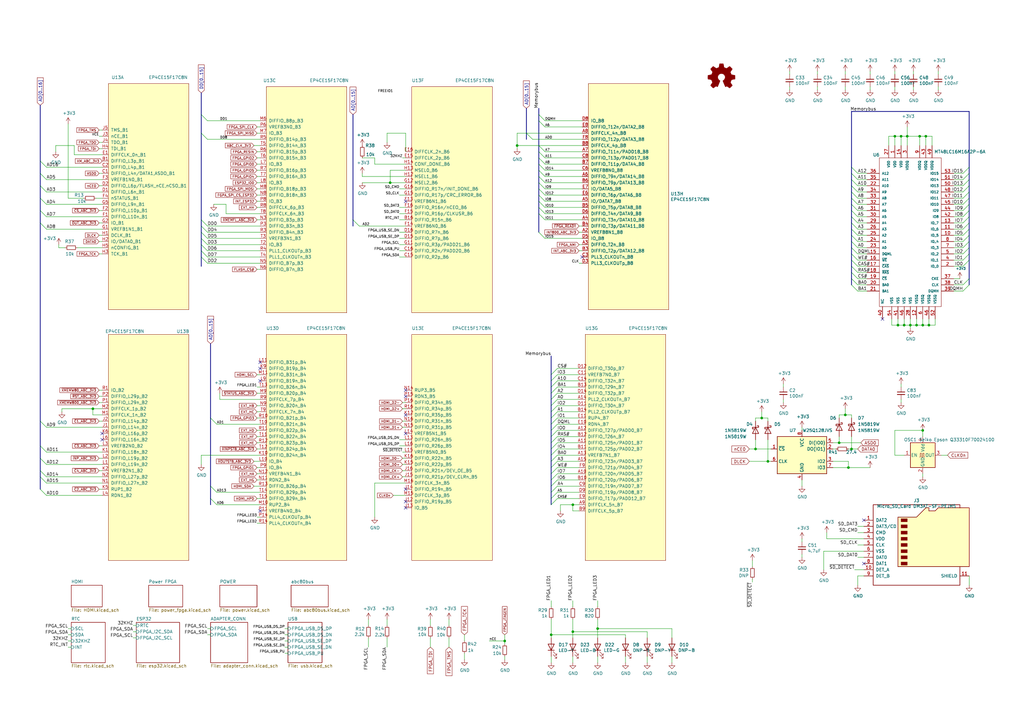
<source format=kicad_sch>
(kicad_sch (version 20211123) (generator eeschema)

  (uuid 6d7ff8c0-8a2a-4636-844f-c7210ff3e6f2)

  (paper "A3")

  (title_block
    (title "MAX80")
    (date "2021-02-22")
    (rev "0.01")
    (company "Peter o Per")
  )

  

  (junction (at 375.92 133.35) (diameter 0) (color 0 0 0 0)
    (uuid 0a79db37-f1d9-40b1-a24d-8bdfb8f637e2)
  )
  (junction (at 377.19 55.88) (diameter 0) (color 0 0 0 0)
    (uuid 19515fa4-c166-4b6e-837d-c01a89e98000)
  )
  (junction (at 346.71 170.18) (diameter 0) (color 0 0 0 0)
    (uuid 1bb16fed-1537-47fa-90f6-8dc136da5d16)
  )
  (junction (at 378.46 176.53) (diameter 0) (color 0 0 0 0)
    (uuid 1cbbfee4-06dd-44ee-af91-d336edf2459c)
  )
  (junction (at 369.57 55.88) (diameter 0) (color 0 0 0 0)
    (uuid 23345f3e-d08d-4834-b1dc-64de02569916)
  )
  (junction (at 312.42 171.45) (diameter 0) (color 0 0 0 0)
    (uuid 24d3ee68-60f0-4c8a-a72b-065f1026fd87)
  )
  (junction (at 370.84 133.35) (diameter 0) (color 0 0 0 0)
    (uuid 2f5467a7-bd49-433c-92f2-60a842e66f7b)
  )
  (junction (at 347.98 191.77) (diameter 0) (color 0 0 0 0)
    (uuid 3273ec61-4a33-41c2-82bf-cde7c8587c1b)
  )
  (junction (at 234.95 259.08) (diameter 0) (color 0 0 0 0)
    (uuid 4223805d-8db1-4df1-b73a-3d99f37f1701)
  )
  (junction (at 368.3 133.35) (diameter 0) (color 0 0 0 0)
    (uuid 47484446-e64c-4a82-88af-15de92cf6ad4)
  )
  (junction (at 160.02 74.93) (diameter 0) (color 0 0 0 0)
    (uuid 5fc4054a-b929-433e-a947-747fb7ed003d)
  )
  (junction (at 234.95 207.01) (diameter 0) (color 0 0 0 0)
    (uuid 758f4e53-9507-488a-960b-2e8e487b7ac8)
  )
  (junction (at 367.03 55.88) (diameter 0) (color 0 0 0 0)
    (uuid 799d9f4a-bb6b-44d5-9f4c-3a30db59943d)
  )
  (junction (at 314.96 189.23) (diameter 0) (color 0 0 0 0)
    (uuid 7b8f4734-c91c-4c35-bc25-8ba9e0a60f64)
  )
  (junction (at 378.46 133.35) (diameter 0) (color 0 0 0 0)
    (uuid 80ace02d-cb21-4f08-bc25-572a9e56ff99)
  )
  (junction (at 38.1 167.64) (diameter 0) (color 0 0 0 0)
    (uuid 8aab4608-39e8-491a-83a8-7194f36094f1)
  )
  (junction (at 381 133.35) (diameter 0) (color 0 0 0 0)
    (uuid a09cb1c4-cc63-49c7-a35f-4b80c3ba2217)
  )
  (junction (at 372.11 55.88) (diameter 0) (color 0 0 0 0)
    (uuid a12b751e-ae7a-468c-af3d-31ed4d501b01)
  )
  (junction (at 245.11 257.81) (diameter 0) (color 0 0 0 0)
    (uuid b2cac11a-5f3b-43d7-88e5-8d0241ac6453)
  )
  (junction (at 226.06 260.35) (diameter 0) (color 0 0 0 0)
    (uuid b70f4be0-be81-40f1-b237-a16be3740211)
  )
  (junction (at 373.38 133.35) (diameter 0) (color 0 0 0 0)
    (uuid bcacf97a-a49b-480c-96ed-a857f56faeb2)
  )
  (junction (at 379.73 55.88) (diameter 0) (color 0 0 0 0)
    (uuid cd48b13f-c989-4ac1-a7f0-053afcd77527)
  )
  (junction (at 344.17 181.61) (diameter 0) (color 0 0 0 0)
    (uuid d316b729-072f-4d15-a495-cbeb8407aea0)
  )
  (junction (at 309.88 184.15) (diameter 0) (color 0 0 0 0)
    (uuid d37a42c4-6950-4517-b4dd-96056acf0925)
  )
  (junction (at 207.01 262.89) (diameter 0) (color 0 0 0 0)
    (uuid d433e10e-a10c-42c7-9409-f756ab1084a2)
  )
  (junction (at 212.09 59.69) (diameter 0) (color 0 0 0 0)
    (uuid d7de2887-c7b2-4bb7-a339-632f4f906224)
  )
  (junction (at 349.25 184.15) (diameter 0) (color 0 0 0 0)
    (uuid ec1ade12-3e4c-4517-be56-01c5cfbeed11)
  )

  (no_connect (at 41.91 180.34) (uuid 0ea0e524-3bbd-4f05-896d-54b702c204b2))
  (no_connect (at 354.33 231.14) (uuid 2276bf47-b441-4aa2-ba22-8213875ce0ee))
  (no_connect (at 238.76 105.41) (uuid 25ca9482-069d-43de-b77e-6f2ad77fa017))
  (no_connect (at 354.33 213.36) (uuid 2af1d271-3c6a-476d-8eba-6b2aab466da3))
  (no_connect (at 166.37 162.56) (uuid 40800b4d-424c-4738-8041-4662989d2010))
  (no_connect (at 166.37 200.66) (uuid 524dc8d0-13b4-43fe-b274-8ac08bc4b894))
  (no_connect (at 41.91 177.8) (uuid 62af6e3c-7d06-438a-b62f-014ae3262ea1))
  (no_connect (at 166.37 160.02) (uuid 6c715627-9fe9-4566-9325-aed34f2a0ebd))
  (no_connect (at 166.37 208.28) (uuid 7401f61b-dc36-4f5a-ba3e-b101a22bf1fc))
  (no_connect (at 106.68 209.55) (uuid 7fc6eda3-a41a-4ab9-935d-37e18cb30594))
  (no_connect (at 106.68 148.59) (uuid 7fd11519-eb9e-4413-8ca2-e43e38c699f6))
  (no_connect (at 106.68 156.21) (uuid 8527ef2e-5212-4629-b6f5-b0130ab61dab))
  (no_connect (at 166.37 177.8) (uuid 969d876f-dc87-40bf-9e96-03cbb9ea5e82))
  (no_connect (at 166.37 82.55) (uuid a5dfaf18-d33f-45c4-b76f-2a5051ec9118))
  (no_connect (at 166.37 170.18) (uuid a67b97a6-51fd-4a32-8231-3fd10436b6ab))
  (no_connect (at 361.95 130.81) (uuid a7c83b25-afbd-4974-8870-387db8f81a5c))
  (no_connect (at 106.68 151.13) (uuid eecd895d-4aa1-458c-8512-c9957fd00fad))
  (no_connect (at 166.37 205.74) (uuid fc052ac4-77ec-4901-baf8-c95f94903836))

  (bus_entry (at 82.55 46.99) (size 2.54 2.54)
    (stroke (width 0) (type default) (color 0 0 0 0))
    (uuid 0208dcec-5844-41d6-8382-4437ac8ac82d)
  )
  (bus_entry (at 16.51 71.12) (size 2.54 2.54)
    (stroke (width 0) (type default) (color 0 0 0 0))
    (uuid 0588e431-d56d-4df4-9ffd-6cd4bba412cb)
  )
  (bus_entry (at 228.6 151.13) (size -2.54 2.54)
    (stroke (width 0) (type default) (color 0 0 0 0))
    (uuid 073c8287-235c-4712-a9a0-60a07a1119d5)
  )
  (bus_entry (at 220.98 72.39) (size 2.54 2.54)
    (stroke (width 0) (type default) (color 0 0 0 0))
    (uuid 086ab04d-4086-427c-992f-819b91a9021d)
  )
  (bus_entry (at 228.6 176.53) (size -2.54 2.54)
    (stroke (width 0) (type default) (color 0 0 0 0))
    (uuid 08ac4c42-16f0-4513-b91e-bf0b3a111257)
  )
  (bus_entry (at 228.6 166.37) (size -2.54 2.54)
    (stroke (width 0) (type default) (color 0 0 0 0))
    (uuid 09ab0b5c-3dee-42c8-b9e5-de0673874ccd)
  )
  (bus_entry (at 16.51 187.96) (size 2.54 2.54)
    (stroke (width 0) (type default) (color 0 0 0 0))
    (uuid 0ab1512b-eb91-4574-b11f-326e0ff10082)
  )
  (bus_entry (at 349.25 78.74) (size 2.54 2.54)
    (stroke (width 0) (type default) (color 0 0 0 0))
    (uuid 0c9bbc06-f1c0-4359-8448-9c515b32a886)
  )
  (bus_entry (at 228.6 201.93) (size -2.54 2.54)
    (stroke (width 0) (type default) (color 0 0 0 0))
    (uuid 0e18138e-f1a3-4288-bb34-3b6bcfb64ff6)
  )
  (bus_entry (at 16.51 195.58) (size 2.54 2.54)
    (stroke (width 0) (type default) (color 0 0 0 0))
    (uuid 0e416ef5-3e03-4fa4-b2a6-3ab634a5ee03)
  )
  (bus_entry (at 394.97 116.84) (size 2.54 -2.54)
    (stroke (width 0) (type default) (color 0 0 0 0))
    (uuid 0ff398d7-e6e2-4972-a7a4-438407886f34)
  )
  (bus_entry (at 228.6 184.15) (size -2.54 2.54)
    (stroke (width 0) (type default) (color 0 0 0 0))
    (uuid 133d5403-9be3-4603-824b-d3b76147e745)
  )
  (bus_entry (at 349.25 73.66) (size 2.54 2.54)
    (stroke (width 0) (type default) (color 0 0 0 0))
    (uuid 1527299a-08b3-47c3-929f-a75c83be365e)
  )
  (bus_entry (at 82.55 105.41) (size 2.54 2.54)
    (stroke (width 0) (type default) (color 0 0 0 0))
    (uuid 1569382e-a4f5-4166-a19c-b78580f8c980)
  )
  (bus_entry (at 228.6 191.77) (size -2.54 2.54)
    (stroke (width 0) (type default) (color 0 0 0 0))
    (uuid 15a0f067-831a-4ddb-bdef-5fb7df267d8f)
  )
  (bus_entry (at 220.98 95.25) (size 2.54 2.54)
    (stroke (width 0) (type default) (color 0 0 0 0))
    (uuid 18b6dcb6-5ab3-481b-b998-33e8cf6d281f)
  )
  (bus_entry (at 394.97 119.38) (size 2.54 -2.54)
    (stroke (width 0) (type default) (color 0 0 0 0))
    (uuid 18dee026-9999-4f10-8c36-736131349406)
  )
  (bus_entry (at 228.6 153.67) (size -2.54 2.54)
    (stroke (width 0) (type default) (color 0 0 0 0))
    (uuid 19264aae-fe9e-4afc-84ac-56ec33a3b20d)
  )
  (bus_entry (at 228.6 194.31) (size -2.54 2.54)
    (stroke (width 0) (type default) (color 0 0 0 0))
    (uuid 1ab4dceb-24cc-4050-aa74-e8fbb39d3760)
  )
  (bus_entry (at 349.25 106.68) (size 2.54 2.54)
    (stroke (width 0) (type default) (color 0 0 0 0))
    (uuid 251669f2-aed1-46fe-b2e4-9582ff1e4084)
  )
  (bus_entry (at 220.98 49.53) (size 2.54 2.54)
    (stroke (width 0) (type default) (color 0 0 0 0))
    (uuid 25b39db8-8576-4473-b331-b912323e85f4)
  )
  (bus_entry (at 16.51 182.88) (size 2.54 2.54)
    (stroke (width 0) (type default) (color 0 0 0 0))
    (uuid 29ec1a54-dea0-4d1a-a3dc-a7441a09bb9e)
  )
  (bus_entry (at 228.6 158.75) (size -2.54 2.54)
    (stroke (width 0) (type default) (color 0 0 0 0))
    (uuid 2b7c4f37-42c0-4571-a44b-b808484d3d74)
  )
  (bus_entry (at 349.25 101.6) (size 2.54 2.54)
    (stroke (width 0) (type default) (color 0 0 0 0))
    (uuid 311665d9-0fab-4325-8b46-f3638bf521df)
  )
  (bus_entry (at 349.25 104.14) (size 2.54 2.54)
    (stroke (width 0) (type default) (color 0 0 0 0))
    (uuid 3198b8ca-7d11-4e0c-89a4-c173f9fcf724)
  )
  (bus_entry (at 394.97 93.98) (size 2.54 -2.54)
    (stroke (width 0) (type default) (color 0 0 0 0))
    (uuid 348dc703-3cab-4547-b664-e8b335a6083c)
  )
  (bus_entry (at 228.6 163.83) (size -2.54 2.54)
    (stroke (width 0) (type default) (color 0 0 0 0))
    (uuid 35431843-170f-401f-88d7-da91172bed86)
  )
  (bus_entry (at 226.06 189.23) (size 2.54 -2.54)
    (stroke (width 0) (type default) (color 0 0 0 0))
    (uuid 3675ad1a-972f-4046-b23a-e6ca04304035)
  )
  (bus_entry (at 82.55 92.71) (size 2.54 2.54)
    (stroke (width 0) (type default) (color 0 0 0 0))
    (uuid 376a6f44-cf22-4d88-ac13-30f83803795f)
  )
  (bus_entry (at 220.98 82.55) (size 2.54 2.54)
    (stroke (width 0) (type default) (color 0 0 0 0))
    (uuid 3b450865-b2ef-4d25-9b34-4d42975b5e24)
  )
  (bus_entry (at 394.97 76.2) (size 2.54 -2.54)
    (stroke (width 0) (type default) (color 0 0 0 0))
    (uuid 3c121a93-b189-409b-a104-2bdd37ff0b51)
  )
  (bus_entry (at 349.25 99.06) (size 2.54 2.54)
    (stroke (width 0) (type default) (color 0 0 0 0))
    (uuid 3c3e06bd-c8bb-4ec8-84e0-f7f9437909b3)
  )
  (bus_entry (at 349.25 111.76) (size 2.54 2.54)
    (stroke (width 0) (type default) (color 0 0 0 0))
    (uuid 3c646c61-400f-4f60-98b8-05ed5e632a3f)
  )
  (bus_entry (at 349.25 83.82) (size 2.54 2.54)
    (stroke (width 0) (type default) (color 0 0 0 0))
    (uuid 3d416885-b8b5-4f5c-bc29-39c6376095e8)
  )
  (bus_entry (at 394.97 106.68) (size 2.54 -2.54)
    (stroke (width 0) (type default) (color 0 0 0 0))
    (uuid 3f1ab70d-3263-42b5-9c61-0360188ff2b7)
  )
  (bus_entry (at 220.98 59.69) (size 2.54 2.54)
    (stroke (width 0) (type default) (color 0 0 0 0))
    (uuid 40962e92-90b6-487d-b0dc-0a6c42b5ebc2)
  )
  (bus_entry (at 220.98 67.31) (size 2.54 2.54)
    (stroke (width 0) (type default) (color 0 0 0 0))
    (uuid 42b7a68a-3837-4773-af68-a35059da48c3)
  )
  (bus_entry (at 16.51 172.72) (size 2.54 2.54)
    (stroke (width 0) (type default) (color 0 0 0 0))
    (uuid 4c4b4317-29d0-438a-b331-525ede18773a)
  )
  (bus_entry (at 349.25 88.9) (size 2.54 2.54)
    (stroke (width 0) (type default) (color 0 0 0 0))
    (uuid 4d967454-338c-4b89-8534-9457e15bf2f2)
  )
  (bus_entry (at 228.6 179.07) (size -2.54 2.54)
    (stroke (width 0) (type default) (color 0 0 0 0))
    (uuid 4fc3183f-297c-42b7-b3bd-25a9ea18c844)
  )
  (bus_entry (at 220.98 77.47) (size 2.54 2.54)
    (stroke (width 0) (type default) (color 0 0 0 0))
    (uuid 51bdd1cb-8a01-4b1c-940a-3ff4dd1de87c)
  )
  (bus_entry (at 16.51 86.36) (size 2.54 2.54)
    (stroke (width 0) (type default) (color 0 0 0 0))
    (uuid 57121f1d-c971-4830-b974-00f7d706f0c9)
  )
  (bus_entry (at 349.25 76.2) (size 2.54 2.54)
    (stroke (width 0) (type default) (color 0 0 0 0))
    (uuid 58a87288-e2bf-4c88-9871-a753efc69e9d)
  )
  (bus_entry (at 220.98 74.93) (size 2.54 2.54)
    (stroke (width 0) (type default) (color 0 0 0 0))
    (uuid 59246647-4e57-4b5f-9f1e-b0cc1fb90bb2)
  )
  (bus_entry (at 215.9 54.61) (size 2.54 2.54)
    (stroke (width 0) (type default) (color 0 0 0 0))
    (uuid 5a63aa46-8c18-43d5-8def-1c886562be17)
  )
  (bus_entry (at 220.98 69.85) (size 2.54 2.54)
    (stroke (width 0) (type default) (color 0 0 0 0))
    (uuid 5aa0e472-160b-49ac-864f-0fa7cd9cf9b0)
  )
  (bus_entry (at 349.25 96.52) (size 2.54 2.54)
    (stroke (width 0) (type default) (color 0 0 0 0))
    (uuid 5eedf685-0df3-4da8-aded-0e6ed1cb2507)
  )
  (bus_entry (at 220.98 85.09) (size 2.54 2.54)
    (stroke (width 0) (type default) (color 0 0 0 0))
    (uuid 6025c071-1487-4c03-a645-f67437519813)
  )
  (bus_entry (at 82.55 90.17) (size 2.54 2.54)
    (stroke (width 0) (type default) (color 0 0 0 0))
    (uuid 664ea685-f665-4315-aadf-581a656f41df)
  )
  (bus_entry (at 394.97 71.12) (size 2.54 -2.54)
    (stroke (width 0) (type default) (color 0 0 0 0))
    (uuid 6b8ac91e-9d2b-49db-8a80-1da009ad1c5e)
  )
  (bus_entry (at 394.97 99.06) (size 2.54 -2.54)
    (stroke (width 0) (type default) (color 0 0 0 0))
    (uuid 6f5a9f10-1b2c-4916-b4e5-cb5bd0f851a0)
  )
  (bus_entry (at 228.6 196.85) (size -2.54 2.54)
    (stroke (width 0) (type default) (color 0 0 0 0))
    (uuid 6f78c1fb-f693-4737-b750-74e50c35a564)
  )
  (bus_entry (at 228.6 161.29) (size -2.54 2.54)
    (stroke (width 0) (type default) (color 0 0 0 0))
    (uuid 6fddc16f-ccc1-4ade-884c-d6efda461da8)
  )
  (bus_entry (at 16.51 193.04) (size 2.54 2.54)
    (stroke (width 0) (type default) (color 0 0 0 0))
    (uuid 751752b1-1f0f-490c-ba43-2d34c357b41e)
  )
  (bus_entry (at 16.51 91.44) (size 2.54 2.54)
    (stroke (width 0) (type default) (color 0 0 0 0))
    (uuid 7c3df708-fb44-40cc-b435-cd67e8cec48a)
  )
  (bus_entry (at 220.98 80.01) (size 2.54 2.54)
    (stroke (width 0) (type default) (color 0 0 0 0))
    (uuid 7cc510d9-2339-42a7-bb31-eff1142f0636)
  )
  (bus_entry (at 394.97 96.52) (size 2.54 -2.54)
    (stroke (width 0) (type default) (color 0 0 0 0))
    (uuid 7d2eba81-aa80-4257-a5a7-9a6179da897e)
  )
  (bus_entry (at 228.6 156.21) (size -2.54 2.54)
    (stroke (width 0) (type default) (color 0 0 0 0))
    (uuid 7e232027-e1fd-4d55-a751-dd67130d7d22)
  )
  (bus_entry (at 349.25 86.36) (size 2.54 2.54)
    (stroke (width 0) (type default) (color 0 0 0 0))
    (uuid 7eb32ed1-4320-49ba-8487-1c88e4824fe3)
  )
  (bus_entry (at 349.25 109.22) (size 2.54 2.54)
    (stroke (width 0) (type default) (color 0 0 0 0))
    (uuid 8aeda7bd-b078-427a-a185-d5bc595c6436)
  )
  (bus_entry (at 349.25 91.44) (size 2.54 2.54)
    (stroke (width 0) (type default) (color 0 0 0 0))
    (uuid 90fd611c-300b-48cf-a7c4-0d604953cd00)
  )
  (bus_entry (at 226.06 173.99) (size 2.54 -2.54)
    (stroke (width 0) (type default) (color 0 0 0 0))
    (uuid 92ec60c8-e914-4456-8d37-4b88fc0eb9c6)
  )
  (bus_entry (at 16.51 76.2) (size 2.54 2.54)
    (stroke (width 0) (type default) (color 0 0 0 0))
    (uuid 934c5f28-c928-4621-8122-b999b3ed10dd)
  )
  (bus_entry (at 394.97 86.36) (size 2.54 -2.54)
    (stroke (width 0) (type default) (color 0 0 0 0))
    (uuid 94c3d0e3-d7fb-421d-bbb4-5c800d76c809)
  )
  (bus_entry (at 349.25 116.84) (size 2.54 2.54)
    (stroke (width 0) (type default) (color 0 0 0 0))
    (uuid 961b4579-9ee8-407a-89a7-81f36f1ad865)
  )
  (bus_entry (at 394.97 83.82) (size 2.54 -2.54)
    (stroke (width 0) (type default) (color 0 0 0 0))
    (uuid 9a595c4c-9ac1-4ae3-8ff3-1b7f2281a894)
  )
  (bus_entry (at 394.97 78.74) (size 2.54 -2.54)
    (stroke (width 0) (type default) (color 0 0 0 0))
    (uuid 9b07d532-5f76-4469-8dbf-25ac27eef589)
  )
  (bus_entry (at 228.6 181.61) (size -2.54 2.54)
    (stroke (width 0) (type default) (color 0 0 0 0))
    (uuid 9b315454-a4a0-4952-bdbe-d4a8e96c16f9)
  )
  (bus_entry (at 144.78 90.17) (size 2.54 2.54)
    (stroke (width 0) (type default) (color 0 0 0 0))
    (uuid 9c5b8388-0c5b-43a4-a3f4-d7cd72b89084)
  )
  (bus_entry (at 86.36 171.45) (size 2.54 2.54)
    (stroke (width 0) (type default) (color 0 0 0 0))
    (uuid 9fbabfd5-5316-4dcb-8d99-3c53b9c69880)
  )
  (bus_entry (at 394.97 81.28) (size 2.54 -2.54)
    (stroke (width 0) (type default) (color 0 0 0 0))
    (uuid a26bdee6-0e16-4ea6-87f7-fb32c714896e)
  )
  (bus_entry (at 82.55 97.79) (size 2.54 2.54)
    (stroke (width 0) (type default) (color 0 0 0 0))
    (uuid a6694369-d7a9-41d0-a88e-8a3c16982564)
  )
  (bus_entry (at 394.97 109.22) (size 2.54 -2.54)
    (stroke (width 0) (type default) (color 0 0 0 0))
    (uuid aa0466c6-766f-4bb4-abf1-502a6a06f91d)
  )
  (bus_entry (at 349.25 71.12) (size 2.54 2.54)
    (stroke (width 0) (type default) (color 0 0 0 0))
    (uuid aa288a22-ea1d-474d-8dae-efe971580843)
  )
  (bus_entry (at 349.25 81.28) (size 2.54 2.54)
    (stroke (width 0) (type default) (color 0 0 0 0))
    (uuid b606e532-e4c7-444d-b9ff-879f52cfde92)
  )
  (bus_entry (at 220.98 62.23) (size 2.54 2.54)
    (stroke (width 0) (type default) (color 0 0 0 0))
    (uuid b7340f23-0eaa-48ae-aea8-b5b53a0ae99a)
  )
  (bus_entry (at 86.36 204.47) (size 2.54 2.54)
    (stroke (width 0) (type default) (color 0 0 0 0))
    (uuid b8eb5c02-d344-4431-a592-0e7ad9f9a78f)
  )
  (bus_entry (at 228.6 199.39) (size -2.54 2.54)
    (stroke (width 0) (type default) (color 0 0 0 0))
    (uuid bbb99edd-f016-43ea-b1c7-0bcdd1915ee8)
  )
  (bus_entry (at 394.97 101.6) (size 2.54 -2.54)
    (stroke (width 0) (type default) (color 0 0 0 0))
    (uuid bde3f73b-f869-498d-a8d7-18346cb7179e)
  )
  (bus_entry (at 16.51 200.66) (size 2.54 2.54)
    (stroke (width 0) (type default) (color 0 0 0 0))
    (uuid c202ddee-78ab-4ebb-beca-559aaf118430)
  )
  (bus_entry (at 82.55 100.33) (size 2.54 2.54)
    (stroke (width 0) (type default) (color 0 0 0 0))
    (uuid c2564ecf-bd43-431d-b9a2-c7be54487485)
  )
  (bus_entry (at 394.97 73.66) (size 2.54 -2.54)
    (stroke (width 0) (type default) (color 0 0 0 0))
    (uuid c7f7bd58-1ebd-40fd-a39d-a95530a751b6)
  )
  (bus_entry (at 82.55 102.87) (size 2.54 2.54)
    (stroke (width 0) (type default) (color 0 0 0 0))
    (uuid d1f81642-eb3a-4277-b357-9cbb5a3aa5ac)
  )
  (bus_entry (at 16.51 66.04) (size 2.54 2.54)
    (stroke (width 0) (type default) (color 0 0 0 0))
    (uuid d26fce45-c1d6-42bc-931d-972bf3799097)
  )
  (bus_entry (at 394.97 104.14) (size 2.54 -2.54)
    (stroke (width 0) (type default) (color 0 0 0 0))
    (uuid d2db53d0-2821-4ebe-bf21-b864eac8ca44)
  )
  (bus_entry (at 394.97 91.44) (size 2.54 -2.54)
    (stroke (width 0) (type default) (color 0 0 0 0))
    (uuid d6040293-95f0-436a-938c-ad69875a4be8)
  )
  (bus_entry (at 349.25 114.3) (size 2.54 2.54)
    (stroke (width 0) (type default) (color 0 0 0 0))
    (uuid d70d1cd3-1668-4688-8eb7-f773efb7bb87)
  )
  (bus_entry (at 228.6 204.47) (size -2.54 2.54)
    (stroke (width 0) (type default) (color 0 0 0 0))
    (uuid d9198b20-68ab-4f03-9039-95a74aeba0d6)
  )
  (bus_entry (at 228.6 189.23) (size -2.54 2.54)
    (stroke (width 0) (type default) (color 0 0 0 0))
    (uuid de5c2064-b9e1-4057-a8cc-9308019ef4d3)
  )
  (bus_entry (at 82.55 95.25) (size 2.54 2.54)
    (stroke (width 0) (type default) (color 0 0 0 0))
    (uuid df3e0d78-29b1-4811-9600-571610f4b8a8)
  )
  (bus_entry (at 220.98 64.77) (size 2.54 2.54)
    (stroke (width 0) (type default) (color 0 0 0 0))
    (uuid dfa2c928-7d9a-4cd3-90db-112716296421)
  )
  (bus_entry (at 228.6 168.91) (size -2.54 2.54)
    (stroke (width 0) (type default) (color 0 0 0 0))
    (uuid e0781b80-6f1b-4d08-b53f-b7d3f582e2ea)
  )
  (bus_entry (at 82.55 54.61) (size 2.54 2.54)
    (stroke (width 0) (type default) (color 0 0 0 0))
    (uuid e3903eeb-8b72-4b40-a088-cbbba270c01b)
  )
  (bus_entry (at 86.36 199.39) (size 2.54 2.54)
    (stroke (width 0) (type default) (color 0 0 0 0))
    (uuid e7f989f7-95da-4be3-9e33-743523ae1ee0)
  )
  (bus_entry (at 349.25 68.58) (size 2.54 2.54)
    (stroke (width 0) (type default) (color 0 0 0 0))
    (uuid e9a9fba3-7cfa-45ca-926c-a5a8ecd7e3a4)
  )
  (bus_entry (at 394.97 88.9) (size 2.54 -2.54)
    (stroke (width 0) (type default) (color 0 0 0 0))
    (uuid ea28e946-b74f-4ba8-ac7b-b1884c5e7296)
  )
  (bus_entry (at 16.51 81.28) (size 2.54 2.54)
    (stroke (width 0) (type default) (color 0 0 0 0))
    (uuid ea8efd53-9e19-4e37-86f5-e6c0c681f735)
  )
  (bus_entry (at 226.06 176.53) (size 2.54 -2.54)
    (stroke (width 0) (type default) (color 0 0 0 0))
    (uuid edb2db40-12f7-45b3-a514-2a1299ac0231)
  )
  (bus_entry (at 220.98 87.63) (size 2.54 2.54)
    (stroke (width 0) (type default) (color 0 0 0 0))
    (uuid fa16f237-4e21-4b18-8c54-f7de4e62bbb6)
  )
  (bus_entry (at 349.25 93.98) (size 2.54 2.54)
    (stroke (width 0) (type default) (color 0 0 0 0))
    (uuid fc4f0835-889b-4d2e-876e-ca524c79ae62)
  )
  (bus_entry (at 220.98 46.99) (size 2.54 2.54)
    (stroke (width 0) (type default) (color 0 0 0 0))
    (uuid ffde4898-4c0e-4c24-bd8c-aadcd7279172)
  )

  (wire (pts (xy 237.49 107.95) (xy 238.76 107.95))
    (stroke (width 0) (type default) (color 0 0 0 0))
    (uuid 00e39da0-4b3e-4884-a91e-86d729914953)
  )
  (bus (pts (xy 349.25 101.6) (xy 349.25 104.14))
    (stroke (width 0) (type default) (color 0 0 0 0))
    (uuid 014fd689-fe01-4a73-ac80-3c226a12a5bc)
  )
  (bus (pts (xy 226.06 191.77) (xy 226.06 194.31))
    (stroke (width 0) (type default) (color 0 0 0 0))
    (uuid 02879dbe-eeb5-4a9a-a50e-ab49eebaa379)
  )

  (wire (pts (xy 163.83 77.47) (xy 166.37 77.47))
    (stroke (width 0) (type default) (color 0 0 0 0))
    (uuid 02b1295e-cf95-47ff-9c57-f8ada28f2e94)
  )
  (bus (pts (xy 349.25 111.76) (xy 349.25 114.3))
    (stroke (width 0) (type default) (color 0 0 0 0))
    (uuid 031a6158-41bb-434c-9952-f633292a0643)
  )

  (wire (pts (xy 85.09 102.87) (xy 106.68 102.87))
    (stroke (width 0) (type default) (color 0 0 0 0))
    (uuid 037a257a-ceb2-409c-ab24-48a743172dae)
  )
  (wire (pts (xy 351.79 236.22) (xy 351.79 240.03))
    (stroke (width 0) (type default) (color 0 0 0 0))
    (uuid 0452da17-4ccf-4bdc-9fc3-b0a09600bd55)
  )
  (bus (pts (xy 82.55 100.33) (xy 82.55 102.87))
    (stroke (width 0) (type default) (color 0 0 0 0))
    (uuid 0536025a-6414-4951-bfd6-905537685d7e)
  )

  (wire (pts (xy 245.11 246.38) (xy 245.11 248.92))
    (stroke (width 0) (type default) (color 0 0 0 0))
    (uuid 054f8e07-0141-451f-a3c4-ea786b83b680)
  )
  (wire (pts (xy 212.09 54.61) (xy 215.9 54.61))
    (stroke (width 0) (type default) (color 0 0 0 0))
    (uuid 05c4a04b-0442-4e18-9747-3d9fc4a562fe)
  )
  (wire (pts (xy 349.25 184.15) (xy 351.79 184.15))
    (stroke (width 0) (type default) (color 0 0 0 0))
    (uuid 064853d1-fee5-4dc2-a187-8cbdd26d3919)
  )
  (wire (pts (xy 105.41 153.67) (xy 106.68 153.67))
    (stroke (width 0) (type default) (color 0 0 0 0))
    (uuid 0667208e-872f-444a-9ed0-78a1b5f392d2)
  )
  (wire (pts (xy 391.16 83.82) (xy 394.97 83.82))
    (stroke (width 0) (type default) (color 0 0 0 0))
    (uuid 07652224-af43-42a2-841c-1883ba305bc4)
  )
  (wire (pts (xy 350.52 233.68) (xy 354.33 233.68))
    (stroke (width 0) (type default) (color 0 0 0 0))
    (uuid 0774b60f-e343-428b-9125-3ca983239ad5)
  )
  (bus (pts (xy 349.25 68.58) (xy 349.25 71.12))
    (stroke (width 0) (type default) (color 0 0 0 0))
    (uuid 0821495a-eabb-4e98-9f5d-a59cd0bdb233)
  )

  (wire (pts (xy 116.84 257.81) (xy 118.11 257.81))
    (stroke (width 0) (type default) (color 0 0 0 0))
    (uuid 09741e1c-c412-4f50-b5b7-03d5820a1bad)
  )
  (wire (pts (xy 105.41 196.85) (xy 106.68 196.85))
    (stroke (width 0) (type default) (color 0 0 0 0))
    (uuid 098afe52-27f0-4ec0-bf39-4eb766d2a851)
  )
  (wire (pts (xy 256.54 269.24) (xy 256.54 271.78))
    (stroke (width 0) (type default) (color 0 0 0 0))
    (uuid 0a2d185c-629f-461f-8b6b-f91f1894e6ba)
  )
  (wire (pts (xy 321.31 163.83) (xy 321.31 165.1))
    (stroke (width 0) (type default) (color 0 0 0 0))
    (uuid 0b43a8fb-b3d3-4444-a4b0-cf952c07dcfe)
  )
  (wire (pts (xy 207.01 269.24) (xy 207.01 270.51))
    (stroke (width 0) (type default) (color 0 0 0 0))
    (uuid 0ba3fcf8-07bd-443d-be28-f69a4ad80df4)
  )
  (wire (pts (xy 369.57 55.88) (xy 372.11 55.88))
    (stroke (width 0) (type default) (color 0 0 0 0))
    (uuid 0d095387-710d-4633-a6c3-04eab60b585a)
  )
  (wire (pts (xy 223.52 62.23) (xy 238.76 62.23))
    (stroke (width 0) (type default) (color 0 0 0 0))
    (uuid 0d32fbdb-2a37-4863-af10-fc85c1c6174f)
  )
  (wire (pts (xy 92.71 87.63) (xy 106.68 87.63))
    (stroke (width 0) (type default) (color 0 0 0 0))
    (uuid 0dcb5ab5-f291-489d-b2bc-0f0b25b801ee)
  )
  (wire (pts (xy 237.49 100.33) (xy 238.76 100.33))
    (stroke (width 0) (type default) (color 0 0 0 0))
    (uuid 0de7d0e7-c8d5-482b-8e8a-d56acfc6ebd8)
  )
  (wire (pts (xy 105.41 77.47) (xy 106.68 77.47))
    (stroke (width 0) (type default) (color 0 0 0 0))
    (uuid 0df798c0-963e-4340-a737-18e50763521e)
  )
  (wire (pts (xy 351.79 96.52) (xy 355.6 96.52))
    (stroke (width 0) (type default) (color 0 0 0 0))
    (uuid 0e592cd4-1950-44ef-9727-8e526f4c4e12)
  )
  (bus (pts (xy 226.06 204.47) (xy 226.06 207.01))
    (stroke (width 0) (type default) (color 0 0 0 0))
    (uuid 0e5b0074-540c-4a44-9a74-437e915bfe17)
  )

  (wire (pts (xy 344.17 170.18) (xy 346.71 170.18))
    (stroke (width 0) (type default) (color 0 0 0 0))
    (uuid 0fffb828-f291-41d3-a83c-4eaa3df13f3a)
  )
  (wire (pts (xy 184.15 254) (xy 184.15 256.54))
    (stroke (width 0) (type default) (color 0 0 0 0))
    (uuid 100847e3-630c-4c13-ba45-180e92370805)
  )
  (wire (pts (xy 245.11 257.81) (xy 275.59 257.81))
    (stroke (width 0) (type default) (color 0 0 0 0))
    (uuid 10e5ae6d-e43e-4ff8-abc5-fd9df16782da)
  )
  (wire (pts (xy 105.41 110.49) (xy 106.68 110.49))
    (stroke (width 0) (type default) (color 0 0 0 0))
    (uuid 11547ba3-d459-4ced-9333-92979d5b86e1)
  )
  (wire (pts (xy 351.79 104.14) (xy 355.6 104.14))
    (stroke (width 0) (type default) (color 0 0 0 0))
    (uuid 11c7c8d4-4c4b-4330-bb59-1eec2e98b255)
  )
  (wire (pts (xy 105.41 212.09) (xy 106.68 212.09))
    (stroke (width 0) (type default) (color 0 0 0 0))
    (uuid 11cae898-6e02-4314-87c3-bfa88f249303)
  )
  (wire (pts (xy 228.6 191.77) (xy 237.49 191.77))
    (stroke (width 0) (type default) (color 0 0 0 0))
    (uuid 12721b60-b423-4830-af94-c68b76872f05)
  )
  (wire (pts (xy 105.41 168.91) (xy 106.68 168.91))
    (stroke (width 0) (type default) (color 0 0 0 0))
    (uuid 1558a593-7554-4709-a27f-f70400a2199d)
  )
  (wire (pts (xy 375.92 133.35) (xy 378.46 133.35))
    (stroke (width 0) (type default) (color 0 0 0 0))
    (uuid 188eabba-12a3-47b7-9be1-03f0c5a948eb)
  )
  (bus (pts (xy 397.51 78.74) (xy 397.51 81.28))
    (stroke (width 0) (type default) (color 0 0 0 0))
    (uuid 18af1d88-91db-4163-9359-d7124e411ab6)
  )

  (wire (pts (xy 328.93 227.33) (xy 328.93 228.6))
    (stroke (width 0) (type default) (color 0 0 0 0))
    (uuid 18cf1537-83e6-4374-a277-6e3e21479ab0)
  )
  (bus (pts (xy 226.06 158.75) (xy 226.06 161.29))
    (stroke (width 0) (type default) (color 0 0 0 0))
    (uuid 18dcb17a-d81c-4b8b-8db2-863005a99fab)
  )

  (wire (pts (xy 105.41 194.31) (xy 106.68 194.31))
    (stroke (width 0) (type default) (color 0 0 0 0))
    (uuid 1aaf34a3-282e-4633-82fa-9d6cdf32efbb)
  )
  (wire (pts (xy 347.98 191.77) (xy 341.63 191.77))
    (stroke (width 0) (type default) (color 0 0 0 0))
    (uuid 1ae3634a-f90f-4c6a-8ba7-b38f98d4ccb2)
  )
  (bus (pts (xy 349.25 71.12) (xy 349.25 73.66))
    (stroke (width 0) (type default) (color 0 0 0 0))
    (uuid 1b66f574-96c0-4e05-9e34-7d4bc613a80b)
  )

  (wire (pts (xy 344.17 181.61) (xy 353.06 181.61))
    (stroke (width 0) (type default) (color 0 0 0 0))
    (uuid 1ba3e338-9465-4844-8361-6715d7885c15)
  )
  (bus (pts (xy 397.51 81.28) (xy 397.51 83.82))
    (stroke (width 0) (type default) (color 0 0 0 0))
    (uuid 1c0d02da-5b5c-42ee-b683-56c0e59ebf5f)
  )
  (bus (pts (xy 86.36 140.97) (xy 86.36 171.45))
    (stroke (width 0) (type default) (color 0 0 0 0))
    (uuid 1c4dfe58-85b1-467f-8e9d-bdb7a0d0ca8e)
  )

  (wire (pts (xy 160.02 69.85) (xy 166.37 69.85))
    (stroke (width 0) (type default) (color 0 0 0 0))
    (uuid 1c92f382-4ec3-478f-a1ca-afadd3087787)
  )
  (bus (pts (xy 397.51 93.98) (xy 397.51 96.52))
    (stroke (width 0) (type default) (color 0 0 0 0))
    (uuid 1c9d575b-ff65-4860-bd12-894efe8ae385)
  )

  (wire (pts (xy 228.6 204.47) (xy 237.49 204.47))
    (stroke (width 0) (type default) (color 0 0 0 0))
    (uuid 1d20c966-0439-42a1-b5e3-5e76b52f827f)
  )
  (wire (pts (xy 105.41 80.01) (xy 106.68 80.01))
    (stroke (width 0) (type default) (color 0 0 0 0))
    (uuid 1d6518e1-cfe9-4078-adc2-cf8e6477b5cb)
  )
  (wire (pts (xy 307.34 184.15) (xy 309.88 184.15))
    (stroke (width 0) (type default) (color 0 0 0 0))
    (uuid 1d801ac4-6429-45d9-ad70-9dd82bd9c030)
  )
  (wire (pts (xy 207.01 262.89) (xy 207.01 264.16))
    (stroke (width 0) (type default) (color 0 0 0 0))
    (uuid 207932d1-3fbf-4bd3-8ef6-a6601aaaae72)
  )
  (wire (pts (xy 323.85 29.21) (xy 323.85 30.48))
    (stroke (width 0) (type default) (color 0 0 0 0))
    (uuid 21ca1c08-b8a3-4bdc-9356-70a4d86ee444)
  )
  (wire (pts (xy 105.41 204.47) (xy 106.68 204.47))
    (stroke (width 0) (type default) (color 0 0 0 0))
    (uuid 226f524c-89b4-46ed-86fd-c8ea41059fd4)
  )
  (wire (pts (xy 351.79 88.9) (xy 355.6 88.9))
    (stroke (width 0) (type default) (color 0 0 0 0))
    (uuid 2295a793-dfca-4b86-a3e5-abf1834e2790)
  )
  (wire (pts (xy 234.95 209.55) (xy 237.49 209.55))
    (stroke (width 0) (type default) (color 0 0 0 0))
    (uuid 22fd57c4-481e-4417-b920-694451210da2)
  )
  (wire (pts (xy 40.64 172.72) (xy 41.91 172.72))
    (stroke (width 0) (type default) (color 0 0 0 0))
    (uuid 245a6fb4-6361-4438-82ca-8861d43ca7f5)
  )
  (wire (pts (xy 309.88 180.34) (xy 309.88 184.15))
    (stroke (width 0) (type default) (color 0 0 0 0))
    (uuid 248d15cd-dd0c-425d-94cb-b44ccf865457)
  )
  (wire (pts (xy 148.59 71.12) (xy 148.59 72.39))
    (stroke (width 0) (type default) (color 0 0 0 0))
    (uuid 25247d0c-5910-484b-9651-5750d422a450)
  )
  (bus (pts (xy 226.06 166.37) (xy 226.06 168.91))
    (stroke (width 0) (type default) (color 0 0 0 0))
    (uuid 26a15f37-7ac7-4448-bfb4-f78a37fce015)
  )

  (wire (pts (xy 90.17 163.83) (xy 106.68 163.83))
    (stroke (width 0) (type default) (color 0 0 0 0))
    (uuid 26edc121-4167-44e5-9aaf-65f4ac255233)
  )
  (bus (pts (xy 226.06 163.83) (xy 226.06 166.37))
    (stroke (width 0) (type default) (color 0 0 0 0))
    (uuid 28717230-cde2-4374-9345-a50192a67a85)
  )

  (wire (pts (xy 234.95 259.08) (xy 234.95 261.62))
    (stroke (width 0) (type default) (color 0 0 0 0))
    (uuid 28f921ab-5f55-47f8-b726-02e567145cd5)
  )
  (bus (pts (xy 226.06 179.07) (xy 226.06 181.61))
    (stroke (width 0) (type default) (color 0 0 0 0))
    (uuid 29362189-417c-4468-9232-108cda3b71ea)
  )

  (wire (pts (xy 391.16 116.84) (xy 394.97 116.84))
    (stroke (width 0) (type default) (color 0 0 0 0))
    (uuid 2938bf2d-2d32-4cb0-9d4d-563ea28ffffa)
  )
  (wire (pts (xy 364.49 59.69) (xy 364.49 55.88))
    (stroke (width 0) (type default) (color 0 0 0 0))
    (uuid 29987966-1d19-4068-93f6-a61cdfb40ffa)
  )
  (wire (pts (xy 365.76 133.35) (xy 368.3 133.35))
    (stroke (width 0) (type default) (color 0 0 0 0))
    (uuid 29cd9e70-9b68-44f7-96b2-fe993c246832)
  )
  (wire (pts (xy 228.6 189.23) (xy 237.49 189.23))
    (stroke (width 0) (type default) (color 0 0 0 0))
    (uuid 29f4961c-cbd7-42a0-91e7-8ae77405e061)
  )
  (bus (pts (xy 226.06 156.21) (xy 226.06 158.75))
    (stroke (width 0) (type default) (color 0 0 0 0))
    (uuid 2a1e126f-a9a5-414b-9647-9870ac9981f9)
  )
  (bus (pts (xy 397.51 68.58) (xy 397.51 71.12))
    (stroke (width 0) (type default) (color 0 0 0 0))
    (uuid 2a47e126-8855-40dd-9e4e-56cb5c33cec1)
  )

  (wire (pts (xy 229.87 207.01) (xy 234.95 207.01))
    (stroke (width 0) (type default) (color 0 0 0 0))
    (uuid 2a756062-4e0c-4114-bc6d-4d6635f2d703)
  )
  (bus (pts (xy 16.51 182.88) (xy 16.51 187.96))
    (stroke (width 0) (type default) (color 0 0 0 0))
    (uuid 2ba2153f-5796-496f-8155-2ce7ede27b36)
  )

  (wire (pts (xy 19.05 198.12) (xy 41.91 198.12))
    (stroke (width 0) (type default) (color 0 0 0 0))
    (uuid 2cd2fee2-51b2-4fcd-8c94-c435e6791358)
  )
  (bus (pts (xy 349.25 109.22) (xy 349.25 111.76))
    (stroke (width 0) (type default) (color 0 0 0 0))
    (uuid 2ce4fb29-0ccb-4d7f-a490-6e4518b7173f)
  )

  (wire (pts (xy 339.09 220.98) (xy 354.33 220.98))
    (stroke (width 0) (type default) (color 0 0 0 0))
    (uuid 2dba072b-3aba-4c6e-8dad-0c854cc5ab37)
  )
  (wire (pts (xy 40.64 165.1) (xy 41.91 165.1))
    (stroke (width 0) (type default) (color 0 0 0 0))
    (uuid 2e0f69a6-955c-44f2-af4d-b4ad566ef54b)
  )
  (wire (pts (xy 373.38 133.35) (xy 373.38 134.62))
    (stroke (width 0) (type default) (color 0 0 0 0))
    (uuid 2e1d63b8-5189-41bb-8b6a-c4ada546b2d5)
  )
  (bus (pts (xy 397.51 86.36) (xy 397.51 88.9))
    (stroke (width 0) (type default) (color 0 0 0 0))
    (uuid 2e1fa008-357a-4aac-8cf5-970493fa664d)
  )

  (wire (pts (xy 54.61 259.08) (xy 55.88 259.08))
    (stroke (width 0) (type default) (color 0 0 0 0))
    (uuid 2e6b1f7e-e4c3-43a1-ae90-c85aa40696d5)
  )
  (wire (pts (xy 184.15 261.62) (xy 184.15 265.43))
    (stroke (width 0) (type default) (color 0 0 0 0))
    (uuid 2edc487e-09a5-4e4e-9675-a7b323f56380)
  )
  (wire (pts (xy 370.84 130.81) (xy 370.84 133.35))
    (stroke (width 0) (type default) (color 0 0 0 0))
    (uuid 2f33286e-7553-4442-acf0-23c61fcd6ab0)
  )
  (wire (pts (xy 200.66 262.89) (xy 207.01 262.89))
    (stroke (width 0) (type default) (color 0 0 0 0))
    (uuid 2f8ebbbf-0f11-4a15-9648-1d28e5593127)
  )
  (wire (pts (xy 228.6 161.29) (xy 237.49 161.29))
    (stroke (width 0) (type default) (color 0 0 0 0))
    (uuid 2fe436e0-75bf-42a2-b14a-09df5c2be702)
  )
  (wire (pts (xy 351.79 101.6) (xy 355.6 101.6))
    (stroke (width 0) (type default) (color 0 0 0 0))
    (uuid 300aa512-2f66-4c26-a530-50c091b3a099)
  )
  (bus (pts (xy 226.06 184.15) (xy 226.06 186.69))
    (stroke (width 0) (type default) (color 0 0 0 0))
    (uuid 303645b5-0595-4359-bc0c-fa2e355b9b37)
  )
  (bus (pts (xy 82.55 46.99) (xy 82.55 54.61))
    (stroke (width 0) (type default) (color 0 0 0 0))
    (uuid 30a8d4e5-202c-4d57-80d8-c5f2ad3ce2dd)
  )

  (wire (pts (xy 381 133.35) (xy 381 130.81))
    (stroke (width 0) (type default) (color 0 0 0 0))
    (uuid 315d2b15-cfe6-4672-b3ad-24773f3df12c)
  )
  (wire (pts (xy 105.41 184.15) (xy 106.68 184.15))
    (stroke (width 0) (type default) (color 0 0 0 0))
    (uuid 31e2d26e-842a-4694-a3ae-7642d792727c)
  )
  (wire (pts (xy 378.46 176.53) (xy 378.46 179.07))
    (stroke (width 0) (type default) (color 0 0 0 0))
    (uuid 33891c62-a79f-4243-b776-6be292690ac3)
  )
  (wire (pts (xy 314.96 171.45) (xy 314.96 172.72))
    (stroke (width 0) (type default) (color 0 0 0 0))
    (uuid 34d3baf1-c1a6-463d-a7da-03fde565ea93)
  )
  (bus (pts (xy 82.55 92.71) (xy 82.55 95.25))
    (stroke (width 0) (type default) (color 0 0 0 0))
    (uuid 35328af0-2bbe-4eda-b255-c9bb9c6e435e)
  )

  (wire (pts (xy 105.41 161.29) (xy 106.68 161.29))
    (stroke (width 0) (type default) (color 0 0 0 0))
    (uuid 35e13391-5257-46f3-93a5-87ffd4e862a4)
  )
  (wire (pts (xy 54.61 261.62) (xy 55.88 261.62))
    (stroke (width 0) (type default) (color 0 0 0 0))
    (uuid 36696ac6-2db1-4b52-ae3d-9f3c89d2042f)
  )
  (wire (pts (xy 309.88 184.15) (xy 316.23 184.15))
    (stroke (width 0) (type default) (color 0 0 0 0))
    (uuid 376da264-b219-4ddc-be78-a640bbee3aef)
  )
  (wire (pts (xy 344.17 171.45) (xy 344.17 170.18))
    (stroke (width 0) (type default) (color 0 0 0 0))
    (uuid 3785b88e-f652-4024-afb0-be4c22cdaea8)
  )
  (bus (pts (xy 349.25 88.9) (xy 349.25 91.44))
    (stroke (width 0) (type default) (color 0 0 0 0))
    (uuid 38c0a790-c5fa-4388-a86a-80b1711f9932)
  )

  (wire (pts (xy 38.1 170.18) (xy 41.91 170.18))
    (stroke (width 0) (type default) (color 0 0 0 0))
    (uuid 39125f99-6caa-4e69-9ae5-ca3bd6e3a49c)
  )
  (wire (pts (xy 391.16 81.28) (xy 394.97 81.28))
    (stroke (width 0) (type default) (color 0 0 0 0))
    (uuid 39845449-7a31-4262-86b1-e7af14a6659f)
  )
  (wire (pts (xy 40.64 76.2) (xy 41.91 76.2))
    (stroke (width 0) (type default) (color 0 0 0 0))
    (uuid 3997254a-8057-4464-ba07-e37f0720cbd8)
  )
  (bus (pts (xy 82.55 54.61) (xy 82.55 90.17))
    (stroke (width 0) (type default) (color 0 0 0 0))
    (uuid 39f69e4c-3d98-4642-8cee-de7f9bf86b5e)
  )

  (wire (pts (xy 27.94 81.28) (xy 34.29 81.28))
    (stroke (width 0) (type default) (color 0 0 0 0))
    (uuid 3aec5e23-e675-4bcf-9a9e-48cb59d51927)
  )
  (wire (pts (xy 207.01 260.35) (xy 207.01 262.89))
    (stroke (width 0) (type default) (color 0 0 0 0))
    (uuid 3ba59656-e36e-4caa-8957-90ed8686b3d3)
  )
  (wire (pts (xy 39.37 81.28) (xy 41.91 81.28))
    (stroke (width 0) (type default) (color 0 0 0 0))
    (uuid 3bdaeac5-b4b7-4a96-b0da-b5e1b46798c2)
  )
  (wire (pts (xy 19.05 68.58) (xy 41.91 68.58))
    (stroke (width 0) (type default) (color 0 0 0 0))
    (uuid 3c19fda9-55de-469e-9693-2d8993bca106)
  )
  (bus (pts (xy 226.06 146.05) (xy 226.06 153.67))
    (stroke (width 0) (type default) (color 0 0 0 0))
    (uuid 3cf0233f-86e3-4b85-ad75-fb8a46f37498)
  )

  (wire (pts (xy 40.64 86.36) (xy 41.91 86.36))
    (stroke (width 0) (type default) (color 0 0 0 0))
    (uuid 3cfddd47-0913-4692-89bb-8a69d22be5a7)
  )
  (wire (pts (xy 234.95 246.38) (xy 234.95 248.92))
    (stroke (width 0) (type default) (color 0 0 0 0))
    (uuid 3d19e22b-2666-4e7d-825d-37a04ed07fa1)
  )
  (wire (pts (xy 19.05 203.2) (xy 41.91 203.2))
    (stroke (width 0) (type default) (color 0 0 0 0))
    (uuid 3d213c37-de80-490e-9f45-2814d3fc958b)
  )
  (wire (pts (xy 85.09 105.41) (xy 106.68 105.41))
    (stroke (width 0) (type default) (color 0 0 0 0))
    (uuid 3d8571f7-688f-49ac-8d91-22508c277f45)
  )
  (wire (pts (xy 228.6 181.61) (xy 237.49 181.61))
    (stroke (width 0) (type default) (color 0 0 0 0))
    (uuid 3db00451-fbc3-4980-9f8f-a31cdc894554)
  )
  (wire (pts (xy 190.5 267.97) (xy 190.5 270.51))
    (stroke (width 0) (type default) (color 0 0 0 0))
    (uuid 3dbc1b14-20e2-4dcb-8347-d33c13d3f0e0)
  )
  (wire (pts (xy 19.05 195.58) (xy 41.91 195.58))
    (stroke (width 0) (type default) (color 0 0 0 0))
    (uuid 3dfbccca-f469-4a6f-a8bd-5f55435b5cfa)
  )
  (wire (pts (xy 148.59 72.39) (xy 166.37 72.39))
    (stroke (width 0) (type default) (color 0 0 0 0))
    (uuid 3e147ce1-21a6-4e77-a3db-fd00d575cd22)
  )
  (wire (pts (xy 105.41 171.45) (xy 106.68 171.45))
    (stroke (width 0) (type default) (color 0 0 0 0))
    (uuid 3f1d3b22-3ba1-4783-af8d-526bce7c36db)
  )
  (wire (pts (xy 40.64 91.44) (xy 41.91 91.44))
    (stroke (width 0) (type default) (color 0 0 0 0))
    (uuid 3f9f133b-59b8-4791-b0ab-6fa861da9e3f)
  )
  (bus (pts (xy 226.06 189.23) (xy 226.06 191.77))
    (stroke (width 0) (type default) (color 0 0 0 0))
    (uuid 4057ebbd-1f13-4712-be52-149107078d8a)
  )

  (wire (pts (xy 165.1 175.26) (xy 166.37 175.26))
    (stroke (width 0) (type default) (color 0 0 0 0))
    (uuid 4116bfc2-eab3-4c29-a983-44eacd9f10f5)
  )
  (wire (pts (xy 373.38 130.81) (xy 373.38 133.35))
    (stroke (width 0) (type default) (color 0 0 0 0))
    (uuid 41524d81-a7f7-45af-a8c6-15609b68d1fd)
  )
  (wire (pts (xy 161.29 203.2) (xy 166.37 203.2))
    (stroke (width 0) (type default) (color 0 0 0 0))
    (uuid 41ef6d8e-078c-46e5-a743-15f86f94b1c5)
  )
  (wire (pts (xy 223.52 87.63) (xy 238.76 87.63))
    (stroke (width 0) (type default) (color 0 0 0 0))
    (uuid 41fc1c23-edd4-45a5-8036-7f62b013770f)
  )
  (wire (pts (xy 265.43 259.08) (xy 265.43 261.62))
    (stroke (width 0) (type default) (color 0 0 0 0))
    (uuid 4263a0e8-33fc-439f-9b56-889a4f5d7b26)
  )
  (wire (pts (xy 344.17 179.07) (xy 344.17 181.61))
    (stroke (width 0) (type default) (color 0 0 0 0))
    (uuid 42688fc6-3e24-4a56-9963-828da46dcdfb)
  )
  (wire (pts (xy 351.79 223.52) (xy 354.33 223.52))
    (stroke (width 0) (type default) (color 0 0 0 0))
    (uuid 42eea0a0-d889-4e4e-980c-c3b6b62767e5)
  )
  (wire (pts (xy 382.27 59.69) (xy 382.27 55.88))
    (stroke (width 0) (type default) (color 0 0 0 0))
    (uuid 43f341b3-06e9-4e7a-a26e-5365b89d76bf)
  )
  (wire (pts (xy 27.94 262.89) (xy 29.21 262.89))
    (stroke (width 0) (type default) (color 0 0 0 0))
    (uuid 444b2eaf-241d-42e5-8717-27a83d099c5b)
  )
  (wire (pts (xy 105.41 214.63) (xy 106.68 214.63))
    (stroke (width 0) (type default) (color 0 0 0 0))
    (uuid 449cc181-df4b-4d3b-93ef-0653c2171fe8)
  )
  (wire (pts (xy 349.25 170.18) (xy 349.25 171.45))
    (stroke (width 0) (type default) (color 0 0 0 0))
    (uuid 45245258-c97a-4586-bc43-2154c85c0ef6)
  )
  (wire (pts (xy 356.87 29.21) (xy 356.87 30.48))
    (stroke (width 0) (type default) (color 0 0 0 0))
    (uuid 45484f82-420e-44d0-a58e-382bb939dac5)
  )
  (wire (pts (xy 31.75 101.6) (xy 41.91 101.6))
    (stroke (width 0) (type default) (color 0 0 0 0))
    (uuid 45676199-bb82-4d58-98c1-b606deb355be)
  )
  (wire (pts (xy 85.09 107.95) (xy 106.68 107.95))
    (stroke (width 0) (type default) (color 0 0 0 0))
    (uuid 45899113-d22e-4a5b-822e-9aca23b124ee)
  )
  (wire (pts (xy 166.37 67.31) (xy 153.67 67.31))
    (stroke (width 0) (type default) (color 0 0 0 0))
    (uuid 4648968b-aa58-4f57-8f45-54b088364670)
  )
  (wire (pts (xy 351.79 83.82) (xy 355.6 83.82))
    (stroke (width 0) (type default) (color 0 0 0 0))
    (uuid 46491a9d-8b3d-4c74-b09a-70c876f162e5)
  )
  (wire (pts (xy 27.94 265.43) (xy 29.21 265.43))
    (stroke (width 0) (type default) (color 0 0 0 0))
    (uuid 469f89fd-f629-46b7-b106-a0088168c9ec)
  )
  (bus (pts (xy 349.25 76.2) (xy 349.25 78.74))
    (stroke (width 0) (type default) (color 0 0 0 0))
    (uuid 47365df8-1aaa-451c-a591-086776031635)
  )

  (wire (pts (xy 166.37 62.23) (xy 166.37 54.61))
    (stroke (width 0) (type default) (color 0 0 0 0))
    (uuid 47a2dd37-ad02-4281-9a66-8ff7ab400570)
  )
  (wire (pts (xy 40.64 160.02) (xy 41.91 160.02))
    (stroke (width 0) (type default) (color 0 0 0 0))
    (uuid 47be24ee-e15b-4cee-b84b-350111ac1499)
  )
  (bus (pts (xy 16.51 43.18) (xy 16.51 66.04))
    (stroke (width 0) (type default) (color 0 0 0 0))
    (uuid 481354ed-51b9-4db2-9835-781681979b4b)
  )

  (wire (pts (xy 160.02 74.93) (xy 166.37 74.93))
    (stroke (width 0) (type default) (color 0 0 0 0))
    (uuid 4aee84d1-0859-48ac-a053-5a981ee1b24a)
  )
  (wire (pts (xy 391.16 101.6) (xy 394.97 101.6))
    (stroke (width 0) (type default) (color 0 0 0 0))
    (uuid 4b471778-f61d-4b9d-a507-3d4f82ec4b7c)
  )
  (wire (pts (xy 369.57 157.48) (xy 369.57 158.75))
    (stroke (width 0) (type default) (color 0 0 0 0))
    (uuid 4be2d863-39fc-49fd-99c7-77790b42f677)
  )
  (wire (pts (xy 223.52 85.09) (xy 238.76 85.09))
    (stroke (width 0) (type default) (color 0 0 0 0))
    (uuid 4c38e5ef-0105-4756-a059-34a9c3247d1f)
  )
  (wire (pts (xy 220.98 59.69) (xy 238.76 59.69))
    (stroke (width 0) (type default) (color 0 0 0 0))
    (uuid 4c5d541c-ce39-4174-91d3-196fb89df6ca)
  )
  (wire (pts (xy 85.09 260.35) (xy 86.36 260.35))
    (stroke (width 0) (type default) (color 0 0 0 0))
    (uuid 4c8704fa-310a-4c01-8dc1-2b7e2727fea0)
  )
  (wire (pts (xy 382.27 55.88) (xy 379.73 55.88))
    (stroke (width 0) (type default) (color 0 0 0 0))
    (uuid 4d51bc15-1f84-46be-8e16-e836b10f854e)
  )
  (wire (pts (xy 391.16 114.3) (xy 393.7 114.3))
    (stroke (width 0) (type default) (color 0 0 0 0))
    (uuid 4d7ffc75-3dd8-46f7-86f3-405d41c4571a)
  )
  (wire (pts (xy 391.16 76.2) (xy 394.97 76.2))
    (stroke (width 0) (type default) (color 0 0 0 0))
    (uuid 4f2f68c4-6fa0-45ce-b5c2-e911daddcd12)
  )
  (wire (pts (xy 347.98 191.77) (xy 356.87 191.77))
    (stroke (width 0) (type default) (color 0 0 0 0))
    (uuid 4f3dc5bc-04e8-4dcc-91dd-8782e84f321d)
  )
  (bus (pts (xy 226.06 196.85) (xy 226.06 199.39))
    (stroke (width 0) (type default) (color 0 0 0 0))
    (uuid 4f66cf15-7f3b-4b56-a1e8-64c6c9dcdf1a)
  )

  (wire (pts (xy 377.19 55.88) (xy 377.19 59.69))
    (stroke (width 0) (type default) (color 0 0 0 0))
    (uuid 5099f397-6fe7-454f-899c-34e2b5f22ca7)
  )
  (wire (pts (xy 312.42 171.45) (xy 312.42 168.91))
    (stroke (width 0) (type default) (color 0 0 0 0))
    (uuid 513c5122-3fbb-44b6-aa2c-74224719f915)
  )
  (wire (pts (xy 347.98 184.15) (xy 349.25 184.15))
    (stroke (width 0) (type default) (color 0 0 0 0))
    (uuid 5160b3d5-0622-412f-84ed-9900be82a5a6)
  )
  (bus (pts (xy 220.98 77.47) (xy 220.98 80.01))
    (stroke (width 0) (type default) (color 0 0 0 0))
    (uuid 51e52e2d-6785-4c86-9dd7-8aebf7924453)
  )

  (wire (pts (xy 368.3 133.35) (xy 370.84 133.35))
    (stroke (width 0) (type default) (color 0 0 0 0))
    (uuid 5206328f-de7d-41ba-bad8-f1768b7701cb)
  )
  (wire (pts (xy 367.03 29.21) (xy 367.03 30.48))
    (stroke (width 0) (type default) (color 0 0 0 0))
    (uuid 524d7aa8-362f-459a-b2ae-4ca2a0b1612b)
  )
  (wire (pts (xy 147.32 92.71) (xy 166.37 92.71))
    (stroke (width 0) (type default) (color 0 0 0 0))
    (uuid 52820a90-7869-43b3-b870-39c015371964)
  )
  (wire (pts (xy 40.64 193.04) (xy 41.91 193.04))
    (stroke (width 0) (type default) (color 0 0 0 0))
    (uuid 5290e0d7-1f24-4c0b-91ff-28c5a304ab9a)
  )
  (wire (pts (xy 223.52 69.85) (xy 238.76 69.85))
    (stroke (width 0) (type default) (color 0 0 0 0))
    (uuid 539dec9e-2c45-4201-ab13-cbbbab8fc31b)
  )
  (bus (pts (xy 16.51 81.28) (xy 16.51 86.36))
    (stroke (width 0) (type default) (color 0 0 0 0))
    (uuid 53c3dfa0-4629-47d5-b909-4a3f4eb869c5)
  )
  (bus (pts (xy 220.98 62.23) (xy 220.98 64.77))
    (stroke (width 0) (type default) (color 0 0 0 0))
    (uuid 53f0b1d5-7cba-43d7-9d8a-c6182e695929)
  )

  (wire (pts (xy 38.1 167.64) (xy 41.91 167.64))
    (stroke (width 0) (type default) (color 0 0 0 0))
    (uuid 544c9ad7-a0b6-4f88-9dcd-908e3e2acf79)
  )
  (wire (pts (xy 275.59 257.81) (xy 275.59 261.62))
    (stroke (width 0) (type default) (color 0 0 0 0))
    (uuid 557d128f-cf69-4c70-9959-d139ac95c63c)
  )
  (wire (pts (xy 24.13 101.6) (xy 26.67 101.6))
    (stroke (width 0) (type default) (color 0 0 0 0))
    (uuid 55ac7ee1-f461-406b-8cf5-da47a7717180)
  )
  (wire (pts (xy 351.79 218.44) (xy 354.33 218.44))
    (stroke (width 0) (type default) (color 0 0 0 0))
    (uuid 5698a460-6e24-4857-84d8-4a43acd2325d)
  )
  (wire (pts (xy 25.4 168.91) (xy 25.4 167.64))
    (stroke (width 0) (type default) (color 0 0 0 0))
    (uuid 56dc9d1a-d125-4218-be7e-afbadad9f13c)
  )
  (wire (pts (xy 105.41 179.07) (xy 106.68 179.07))
    (stroke (width 0) (type default) (color 0 0 0 0))
    (uuid 57e17378-f1f7-42d0-9ad3-fb44c2d5cdc3)
  )
  (wire (pts (xy 176.53 261.62) (xy 176.53 265.43))
    (stroke (width 0) (type default) (color 0 0 0 0))
    (uuid 586ec748-563a-478a-82db-706fb951336a)
  )
  (wire (pts (xy 163.83 105.41) (xy 166.37 105.41))
    (stroke (width 0) (type default) (color 0 0 0 0))
    (uuid 58728297-c362-4c70-a751-4d60ffa81b1a)
  )
  (wire (pts (xy 163.83 95.25) (xy 166.37 95.25))
    (stroke (width 0) (type default) (color 0 0 0 0))
    (uuid 59142adb-6887-41fc-851e-9a7f51511d60)
  )
  (bus (pts (xy 349.25 45.72) (xy 349.25 68.58))
    (stroke (width 0) (type default) (color 0 0 0 0))
    (uuid 594594ee-9de8-45bc-b621-a9251877b0c2)
  )

  (wire (pts (xy 151.13 254) (xy 151.13 256.54))
    (stroke (width 0) (type default) (color 0 0 0 0))
    (uuid 5a010660-4a0b-4680-b361-32d4c3b60537)
  )
  (wire (pts (xy 378.46 133.35) (xy 381 133.35))
    (stroke (width 0) (type default) (color 0 0 0 0))
    (uuid 5a319d05-1a85-43fe-a179-ebcee7212a03)
  )
  (wire (pts (xy 166.37 54.61) (xy 158.75 54.61))
    (stroke (width 0) (type default) (color 0 0 0 0))
    (uuid 5a67196f-9472-4a8d-961f-eac8ec999d85)
  )
  (wire (pts (xy 165.1 64.77) (xy 166.37 64.77))
    (stroke (width 0) (type default) (color 0 0 0 0))
    (uuid 5b04e20f-8575-4362-b040-2e2133d670c8)
  )
  (wire (pts (xy 223.52 52.07) (xy 238.76 52.07))
    (stroke (width 0) (type default) (color 0 0 0 0))
    (uuid 5b29962f-685a-409c-915c-9c4a92ed442a)
  )
  (bus (pts (xy 397.51 106.68) (xy 397.51 114.3))
    (stroke (width 0) (type default) (color 0 0 0 0))
    (uuid 5b3d0377-820c-4868-8ab2-62f2ccecf4af)
  )

  (wire (pts (xy 85.09 97.79) (xy 106.68 97.79))
    (stroke (width 0) (type default) (color 0 0 0 0))
    (uuid 5b5611ee-3a4f-4573-978f-2e48db0ecaf5)
  )
  (bus (pts (xy 397.51 104.14) (xy 397.51 106.68))
    (stroke (width 0) (type default) (color 0 0 0 0))
    (uuid 5b57745b-2437-4ee1-96eb-24fdd2bf735e)
  )

  (wire (pts (xy 351.79 99.06) (xy 355.6 99.06))
    (stroke (width 0) (type default) (color 0 0 0 0))
    (uuid 5bbde4f9-fcdb-4d27-a2d6-3847fcdd87ba)
  )
  (bus (pts (xy 226.06 173.99) (xy 226.06 176.53))
    (stroke (width 0) (type default) (color 0 0 0 0))
    (uuid 5bd841b6-a43c-46d8-90c7-db7ac89fc03c)
  )

  (wire (pts (xy 346.71 29.21) (xy 346.71 30.48))
    (stroke (width 0) (type default) (color 0 0 0 0))
    (uuid 5c1d6842-15a5-4f73-b198-8836681840a1)
  )
  (wire (pts (xy 335.28 35.56) (xy 335.28 36.83))
    (stroke (width 0) (type default) (color 0 0 0 0))
    (uuid 5cc7655c-62f2-43d2-a7a5-eaa4635dada8)
  )
  (wire (pts (xy 337.82 226.06) (xy 354.33 226.06))
    (stroke (width 0) (type default) (color 0 0 0 0))
    (uuid 5d7cb436-106e-4464-b448-3b8bd128554c)
  )
  (wire (pts (xy 105.41 69.85) (xy 106.68 69.85))
    (stroke (width 0) (type default) (color 0 0 0 0))
    (uuid 5de5a872-aa15-495b-b53b-b8a64bbfa4f0)
  )
  (bus (pts (xy 16.51 76.2) (xy 16.51 81.28))
    (stroke (width 0) (type default) (color 0 0 0 0))
    (uuid 602a1461-f2fc-4f38-9213-73e41c428934)
  )

  (wire (pts (xy 190.5 260.35) (xy 190.5 262.89))
    (stroke (width 0) (type default) (color 0 0 0 0))
    (uuid 60960af7-b938-44a8-82b5-e9c36f2e6817)
  )
  (wire (pts (xy 321.31 157.48) (xy 321.31 158.75))
    (stroke (width 0) (type default) (color 0 0 0 0))
    (uuid 617498ce-8469-4f4b-9f2b-09a2437561eb)
  )
  (wire (pts (xy 163.83 80.01) (xy 166.37 80.01))
    (stroke (width 0) (type default) (color 0 0 0 0))
    (uuid 617edc57-1dbf-4296-b365-6d76f68a1c0f)
  )
  (wire (pts (xy 165.1 193.04) (xy 166.37 193.04))
    (stroke (width 0) (type default) (color 0 0 0 0))
    (uuid 61fae217-e18a-4e68-8630-42cc06a8ba2f)
  )
  (wire (pts (xy 19.05 175.26) (xy 41.91 175.26))
    (stroke (width 0) (type default) (color 0 0 0 0))
    (uuid 6239967a-77bd-4ec9-89cd-e04efd8dbe26)
  )
  (wire (pts (xy 40.64 182.88) (xy 41.91 182.88))
    (stroke (width 0) (type default) (color 0 0 0 0))
    (uuid 624c6565-c4fd-4d29-87af-f77dd1ba0898)
  )
  (wire (pts (xy 341.63 181.61) (xy 344.17 181.61))
    (stroke (width 0) (type default) (color 0 0 0 0))
    (uuid 62c6f8ce-78e5-4ab3-bb01-2fcb0df87aa6)
  )
  (wire (pts (xy 391.16 88.9) (xy 394.97 88.9))
    (stroke (width 0) (type default) (color 0 0 0 0))
    (uuid 63286bbb-78a3-4368-a50a-f6bf5f1653b0)
  )
  (wire (pts (xy 314.96 189.23) (xy 316.23 189.23))
    (stroke (width 0) (type default) (color 0 0 0 0))
    (uuid 63892cea-0371-47b0-925d-c40106168946)
  )
  (wire (pts (xy 30.48 63.5) (xy 41.91 63.5))
    (stroke (width 0) (type default) (color 0 0 0 0))
    (uuid 63ace593-9960-4666-bb08-47e6f085cee8)
  )
  (wire (pts (xy 379.73 59.69) (xy 379.73 55.88))
    (stroke (width 0) (type default) (color 0 0 0 0))
    (uuid 6474aa6c-825c-4f0f-9938-759b68df02a5)
  )
  (bus (pts (xy 16.51 66.04) (xy 16.51 71.12))
    (stroke (width 0) (type default) (color 0 0 0 0))
    (uuid 64c39fd2-36c7-4cd2-b0b8-1a1e70b12069)
  )

  (wire (pts (xy 27.94 257.81) (xy 29.21 257.81))
    (stroke (width 0) (type default) (color 0 0 0 0))
    (uuid 653e74f0-0a40-4ab5-8f5c-787bbaf1d723)
  )
  (wire (pts (xy 105.41 54.61) (xy 106.68 54.61))
    (stroke (width 0) (type default) (color 0 0 0 0))
    (uuid 6579642b-a152-47f7-af0e-0d8866bdfcb8)
  )
  (wire (pts (xy 228.6 196.85) (xy 237.49 196.85))
    (stroke (width 0) (type default) (color 0 0 0 0))
    (uuid 663e5097-d637-4088-8d27-2d72ff835abc)
  )
  (wire (pts (xy 165.1 187.96) (xy 166.37 187.96))
    (stroke (width 0) (type default) (color 0 0 0 0))
    (uuid 66cc4ddc-a52d-4ad7-986e-68f000539802)
  )
  (wire (pts (xy 228.6 176.53) (xy 237.49 176.53))
    (stroke (width 0) (type default) (color 0 0 0 0))
    (uuid 66ee8aac-1ba7-441e-b772-397a32c7c475)
  )
  (wire (pts (xy 391.16 71.12) (xy 394.97 71.12))
    (stroke (width 0) (type default) (color 0 0 0 0))
    (uuid 692d87e9-6b70-46cc-9c78-b75193a484cc)
  )
  (wire (pts (xy 228.6 166.37) (xy 237.49 166.37))
    (stroke (width 0) (type default) (color 0 0 0 0))
    (uuid 69675058-6b96-42da-8df5-92aaf6930be8)
  )
  (wire (pts (xy 163.83 85.09) (xy 166.37 85.09))
    (stroke (width 0) (type default) (color 0 0 0 0))
    (uuid 69f75991-c8c0-49a9-aed8-daa6ca9a5d73)
  )
  (wire (pts (xy 82.55 186.69) (xy 106.68 186.69))
    (stroke (width 0) (type default) (color 0 0 0 0))
    (uuid 6a5b3eea-de35-4a54-8316-e56ea2a634e4)
  )
  (wire (pts (xy 85.09 57.15) (xy 106.68 57.15))
    (stroke (width 0) (type default) (color 0 0 0 0))
    (uuid 6ae47305-86b3-4e27-b3c6-46e195fdaa6d)
  )
  (wire (pts (xy 105.41 85.09) (xy 106.68 85.09))
    (stroke (width 0) (type default) (color 0 0 0 0))
    (uuid 6b013cb8-9e09-4a62-b02d-814d5cfa604e)
  )
  (wire (pts (xy 364.49 55.88) (xy 367.03 55.88))
    (stroke (width 0) (type default) (color 0 0 0 0))
    (uuid 6ba19f6c-fa3a-4bf3-8c57-119de0f02b65)
  )
  (wire (pts (xy 237.49 95.25) (xy 238.76 95.25))
    (stroke (width 0) (type default) (color 0 0 0 0))
    (uuid 6ceb10bf-4340-4309-8250-882c2b60a70e)
  )
  (wire (pts (xy 153.67 67.31) (xy 153.67 64.77))
    (stroke (width 0) (type default) (color 0 0 0 0))
    (uuid 6d1e2df9-cc89-4e18-a541-699f0d20dd45)
  )
  (wire (pts (xy 105.41 62.23) (xy 106.68 62.23))
    (stroke (width 0) (type default) (color 0 0 0 0))
    (uuid 6d646c30-feab-4e3e-adf0-5427b73b5f08)
  )
  (wire (pts (xy 256.54 260.35) (xy 256.54 261.62))
    (stroke (width 0) (type default) (color 0 0 0 0))
    (uuid 6dc32d24-5ef0-4c0e-ad26-4d147b147b28)
  )
  (wire (pts (xy 165.1 165.1) (xy 166.37 165.1))
    (stroke (width 0) (type default) (color 0 0 0 0))
    (uuid 6dfa921c-8a4f-4fcf-a0e7-8718b6271ea9)
  )
  (wire (pts (xy 234.95 207.01) (xy 234.95 209.55))
    (stroke (width 0) (type default) (color 0 0 0 0))
    (uuid 6e24aa9b-c7e6-40f2-905b-b9c541e0e2f6)
  )
  (wire (pts (xy 351.79 76.2) (xy 355.6 76.2))
    (stroke (width 0) (type default) (color 0 0 0 0))
    (uuid 6ea0f2f7-b064-4b8f-bd17-48195d1c83d1)
  )
  (bus (pts (xy 16.51 172.72) (xy 16.51 182.88))
    (stroke (width 0) (type default) (color 0 0 0 0))
    (uuid 6face538-98d0-40ae-a653-e8999ce4e018)
  )
  (bus (pts (xy 220.98 82.55) (xy 220.98 85.09))
    (stroke (width 0) (type default) (color 0 0 0 0))
    (uuid 6fecb7b3-ef3d-4da6-9d91-57f091c44310)
  )

  (wire (pts (xy 275.59 269.24) (xy 275.59 271.78))
    (stroke (width 0) (type default) (color 0 0 0 0))
    (uuid 6fff55eb-076f-4a2f-86d3-091fcb2366e9)
  )
  (wire (pts (xy 165.1 190.5) (xy 166.37 190.5))
    (stroke (width 0) (type default) (color 0 0 0 0))
    (uuid 704ba6e6-ee13-4d9d-b544-d836a743bdda)
  )
  (wire (pts (xy 85.09 49.53) (xy 106.68 49.53))
    (stroke (width 0) (type default) (color 0 0 0 0))
    (uuid 710852c3-85af-44f2-af12-adc5798f2795)
  )
  (wire (pts (xy 365.76 130.81) (xy 365.76 133.35))
    (stroke (width 0) (type default) (color 0 0 0 0))
    (uuid 7114de55-86d9-46c1-a412-07f5eb895435)
  )
  (wire (pts (xy 228.6 156.21) (xy 237.49 156.21))
    (stroke (width 0) (type default) (color 0 0 0 0))
    (uuid 7195a7f5-2a0f-4cae-8649-2cc5cbdffe2b)
  )
  (wire (pts (xy 370.84 133.35) (xy 373.38 133.35))
    (stroke (width 0) (type default) (color 0 0 0 0))
    (uuid 71aa3829-956e-4ff9-af3f-b06e50ab2b5a)
  )
  (wire (pts (xy 158.75 261.62) (xy 158.75 265.43))
    (stroke (width 0) (type default) (color 0 0 0 0))
    (uuid 7247fe96-7885-4063-8282-ea2fd2b28b0d)
  )
  (wire (pts (xy 351.79 73.66) (xy 355.6 73.66))
    (stroke (width 0) (type default) (color 0 0 0 0))
    (uuid 725579dd-9ec6-473d-8843-6a11e99f108c)
  )
  (wire (pts (xy 346.71 170.18) (xy 349.25 170.18))
    (stroke (width 0) (type default) (color 0 0 0 0))
    (uuid 72733f59-fc61-4ff2-8fe5-0440be71758a)
  )
  (wire (pts (xy 223.52 72.39) (xy 238.76 72.39))
    (stroke (width 0) (type default) (color 0 0 0 0))
    (uuid 7308e13a-4809-4e8e-af65-9905819aa376)
  )
  (wire (pts (xy 92.71 83.82) (xy 92.71 87.63))
    (stroke (width 0) (type default) (color 0 0 0 0))
    (uuid 7410568a-af90-4a4e-a67d-5fd1863e0d95)
  )
  (wire (pts (xy 40.64 96.52) (xy 41.91 96.52))
    (stroke (width 0) (type default) (color 0 0 0 0))
    (uuid 741879e3-3045-40c7-849d-7f437c35ee91)
  )
  (bus (pts (xy 86.36 171.45) (xy 86.36 199.39))
    (stroke (width 0) (type default) (color 0 0 0 0))
    (uuid 74a79877-8958-41da-8944-562e6bba6c01)
  )

  (wire (pts (xy 223.52 67.31) (xy 238.76 67.31))
    (stroke (width 0) (type default) (color 0 0 0 0))
    (uuid 75d5a810-84fd-42c4-a0b7-6b82d09662a2)
  )
  (wire (pts (xy 19.05 88.9) (xy 41.91 88.9))
    (stroke (width 0) (type default) (color 0 0 0 0))
    (uuid 76862e4a-1816-475c-9943-666036c637f7)
  )
  (bus (pts (xy 397.51 99.06) (xy 397.51 101.6))
    (stroke (width 0) (type default) (color 0 0 0 0))
    (uuid 76c0a953-db3d-4929-907f-1ee2da36860d)
  )
  (bus (pts (xy 220.98 44.45) (xy 220.98 46.99))
    (stroke (width 0) (type default) (color 0 0 0 0))
    (uuid 77121855-7958-40c5-81ca-b386a811e84c)
  )

  (wire (pts (xy 323.85 35.56) (xy 323.85 36.83))
    (stroke (width 0) (type default) (color 0 0 0 0))
    (uuid 784e3230-2053-4bc9-a786-5ac2bd0df0f5)
  )
  (bus (pts (xy 349.25 99.06) (xy 349.25 101.6))
    (stroke (width 0) (type default) (color 0 0 0 0))
    (uuid 79467a30-f83f-4a69-bc32-033df608d42c)
  )

  (wire (pts (xy 116.84 265.43) (xy 118.11 265.43))
    (stroke (width 0) (type default) (color 0 0 0 0))
    (uuid 7984c59d-64f6-424c-8273-5bab21ab292d)
  )
  (bus (pts (xy 215.9 44.45) (xy 215.9 54.61))
    (stroke (width 0) (type default) (color 0 0 0 0))
    (uuid 7a332b0c-4cba-438b-85c1-9efe2690fb62)
  )

  (wire (pts (xy 104.14 189.23) (xy 106.68 189.23))
    (stroke (width 0) (type default) (color 0 0 0 0))
    (uuid 7aad0cca-fb50-4041-9a10-5380cb0860ac)
  )
  (wire (pts (xy 104.14 59.69) (xy 106.68 59.69))
    (stroke (width 0) (type default) (color 0 0 0 0))
    (uuid 7b58219a-a31d-4ba4-804a-77c6d706d8bc)
  )
  (wire (pts (xy 223.52 49.53) (xy 238.76 49.53))
    (stroke (width 0) (type default) (color 0 0 0 0))
    (uuid 7be13a36-eb8e-440f-aaac-2fd6665d9f61)
  )
  (wire (pts (xy 40.64 55.88) (xy 41.91 55.88))
    (stroke (width 0) (type default) (color 0 0 0 0))
    (uuid 7c1dbd41-291a-4aad-bf3b-16497f84df7b)
  )
  (wire (pts (xy 105.41 166.37) (xy 106.68 166.37))
    (stroke (width 0) (type default) (color 0 0 0 0))
    (uuid 7c49dc93-96a1-4a8f-a667-a4ee5ad692a0)
  )
  (wire (pts (xy 105.41 191.77) (xy 106.68 191.77))
    (stroke (width 0) (type default) (color 0 0 0 0))
    (uuid 7cbc8c8d-fbc1-4902-ac93-6c241131aada)
  )
  (wire (pts (xy 341.63 189.23) (xy 347.98 189.23))
    (stroke (width 0) (type default) (color 0 0 0 0))
    (uuid 7d2422a2-6679-4b2f-b253-47eef0da2414)
  )
  (bus (pts (xy 144.78 90.17) (xy 144.78 92.71))
    (stroke (width 0) (type default) (color 0 0 0 0))
    (uuid 7d393522-d44b-4d20-8f0b-b7142987aa89)
  )

  (wire (pts (xy 54.61 256.54) (xy 55.88 256.54))
    (stroke (width 0) (type default) (color 0 0 0 0))
    (uuid 7e498af5-a41b-4f8f-8a13-10c00a9160aa)
  )
  (bus (pts (xy 220.98 59.69) (xy 220.98 62.23))
    (stroke (width 0) (type default) (color 0 0 0 0))
    (uuid 7ee5ea0c-defb-4d0b-bcbd-00ad41ed6f6f)
  )

  (wire (pts (xy 116.84 267.97) (xy 118.11 267.97))
    (stroke (width 0) (type default) (color 0 0 0 0))
    (uuid 7f9c0307-e84d-4f8a-93be-34fc4b3feb89)
  )
  (wire (pts (xy 19.05 73.66) (xy 41.91 73.66))
    (stroke (width 0) (type default) (color 0 0 0 0))
    (uuid 8019bb27-2172-4d60-932e-7bd55a890b6c)
  )
  (wire (pts (xy 328.93 196.85) (xy 328.93 199.39))
    (stroke (width 0) (type default) (color 0 0 0 0))
    (uuid 80b9a57f-3326-43ca-b6ca-5e911992b3c4)
  )
  (bus (pts (xy 397.51 88.9) (xy 397.51 91.44))
    (stroke (width 0) (type default) (color 0 0 0 0))
    (uuid 80e302b7-97a6-4d5e-8db8-a2ecb63bf436)
  )

  (wire (pts (xy 391.16 109.22) (xy 394.97 109.22))
    (stroke (width 0) (type default) (color 0 0 0 0))
    (uuid 80f8c1b4-10dd-40fe-b7f7-67988bc3ad81)
  )
  (wire (pts (xy 148.59 64.77) (xy 153.67 64.77))
    (stroke (width 0) (type default) (color 0 0 0 0))
    (uuid 811f5389-c208-4640-ab1a-b454491bb330)
  )
  (wire (pts (xy 30.48 59.69) (xy 30.48 63.5))
    (stroke (width 0) (type default) (color 0 0 0 0))
    (uuid 8162f841-188b-4932-8603-536d516e6ca1)
  )
  (wire (pts (xy 384.81 29.21) (xy 384.81 30.48))
    (stroke (width 0) (type default) (color 0 0 0 0))
    (uuid 81b95d0d-8967-4ed1-8d40-39925d015ae8)
  )
  (wire (pts (xy 386.08 186.69) (xy 388.62 186.69))
    (stroke (width 0) (type default) (color 0 0 0 0))
    (uuid 82782dc2-cb84-4d0c-b85e-b3903aca1e13)
  )
  (wire (pts (xy 381 133.35) (xy 383.54 133.35))
    (stroke (width 0) (type default) (color 0 0 0 0))
    (uuid 82907d2e-4560-49c2-9cfc-01b127317195)
  )
  (bus (pts (xy 220.98 72.39) (xy 220.98 74.93))
    (stroke (width 0) (type default) (color 0 0 0 0))
    (uuid 82b4e16b-220e-4644-bf1c-0c096f491472)
  )

  (wire (pts (xy 40.64 60.96) (xy 41.91 60.96))
    (stroke (width 0) (type default) (color 0 0 0 0))
    (uuid 832b1e20-f118-4505-ad00-93c040f2f83d)
  )
  (wire (pts (xy 384.81 35.56) (xy 384.81 36.83))
    (stroke (width 0) (type default) (color 0 0 0 0))
    (uuid 83a363ef-2850-4113-853b-2966af02d72d)
  )
  (bus (pts (xy 82.55 102.87) (xy 82.55 105.41))
    (stroke (width 0) (type default) (color 0 0 0 0))
    (uuid 8416cc67-e5d6-41f8-bce2-3d8fbd36986b)
  )

  (wire (pts (xy 367.03 176.53) (xy 378.46 176.53))
    (stroke (width 0) (type default) (color 0 0 0 0))
    (uuid 844f01a0-ac23-4a99-910e-4e91c579bb2b)
  )
  (wire (pts (xy 85.09 92.71) (xy 106.68 92.71))
    (stroke (width 0) (type default) (color 0 0 0 0))
    (uuid 84e154cc-34e9-48ac-ab7e-fc52b3bc90d0)
  )
  (wire (pts (xy 234.95 254) (xy 234.95 259.08))
    (stroke (width 0) (type default) (color 0 0 0 0))
    (uuid 856c0384-2dfc-47d2-a66c-a145c3149f14)
  )
  (wire (pts (xy 105.41 67.31) (xy 106.68 67.31))
    (stroke (width 0) (type default) (color 0 0 0 0))
    (uuid 85ec87eb-bb51-43f3-adf5-d04ca264762d)
  )
  (bus (pts (xy 226.06 168.91) (xy 226.06 171.45))
    (stroke (width 0) (type default) (color 0 0 0 0))
    (uuid 86fb7087-6ba8-4b85-b696-07c14f0a9fb5)
  )

  (wire (pts (xy 40.64 104.14) (xy 41.91 104.14))
    (stroke (width 0) (type default) (color 0 0 0 0))
    (uuid 872313a4-03e6-4e4a-b850-f54dcb50f9fc)
  )
  (wire (pts (xy 116.84 260.35) (xy 118.11 260.35))
    (stroke (width 0) (type default) (color 0 0 0 0))
    (uuid 874dbaf8-adf6-4f01-81a0-e037bac53346)
  )
  (wire (pts (xy 355.6 111.76) (xy 351.79 111.76))
    (stroke (width 0) (type default) (color 0 0 0 0))
    (uuid 87a0ffb1-5477-4b20-a3ac-fef5af129a33)
  )
  (wire (pts (xy 391.16 104.14) (xy 394.97 104.14))
    (stroke (width 0) (type default) (color 0 0 0 0))
    (uuid 883105b0-f6a6-466b-ba58-a2fcc1f18e4b)
  )
  (wire (pts (xy 229.87 209.55) (xy 229.87 207.01))
    (stroke (width 0) (type default) (color 0 0 0 0))
    (uuid 88f2670e-1113-4ed9-b644-cfdac6e8b249)
  )
  (wire (pts (xy 163.83 100.33) (xy 166.37 100.33))
    (stroke (width 0) (type default) (color 0 0 0 0))
    (uuid 88fb8817-4ee2-4465-a9af-37fedc8b835b)
  )
  (bus (pts (xy 349.25 96.52) (xy 349.25 99.06))
    (stroke (width 0) (type default) (color 0 0 0 0))
    (uuid 89658244-8e23-45d4-89fa-a2eb92c896cb)
  )

  (wire (pts (xy 226.06 260.35) (xy 256.54 260.35))
    (stroke (width 0) (type default) (color 0 0 0 0))
    (uuid 899a4caf-0563-4c2a-9bca-5aa28747ef75)
  )
  (wire (pts (xy 355.6 119.38) (xy 351.79 119.38))
    (stroke (width 0) (type default) (color 0 0 0 0))
    (uuid 89bd1fdd-6a91-474e-8495-7a2ba7eb6260)
  )
  (wire (pts (xy 163.83 182.88) (xy 166.37 182.88))
    (stroke (width 0) (type default) (color 0 0 0 0))
    (uuid 8a3381a5-19d1-47f5-85b0-cf20b0f3bb61)
  )
  (wire (pts (xy 369.57 163.83) (xy 369.57 165.1))
    (stroke (width 0) (type default) (color 0 0 0 0))
    (uuid 8ac2bac7-c686-402e-9f05-089e132647d2)
  )
  (wire (pts (xy 355.6 116.84) (xy 351.79 116.84))
    (stroke (width 0) (type default) (color 0 0 0 0))
    (uuid 8b022692-69b7-4bd6-bf38-57edecf356fa)
  )
  (bus (pts (xy 349.25 106.68) (xy 349.25 109.22))
    (stroke (width 0) (type default) (color 0 0 0 0))
    (uuid 8b764051-f191-46fd-bc3d-0b22f8af5e5b)
  )
  (bus (pts (xy 226.06 181.61) (xy 226.06 184.15))
    (stroke (width 0) (type default) (color 0 0 0 0))
    (uuid 8c739bd2-de70-4300-9968-1db1f7710ee7)
  )
  (bus (pts (xy 397.51 45.72) (xy 397.51 68.58))
    (stroke (width 0) (type default) (color 0 0 0 0))
    (uuid 8cf4e6c7-f213-4dc6-a215-9a85d8791784)
  )

  (wire (pts (xy 397.51 236.22) (xy 397.51 240.03))
    (stroke (width 0) (type default) (color 0 0 0 0))
    (uuid 8d054a8d-7435-41ed-8832-6067aada259a)
  )
  (wire (pts (xy 105.41 74.93) (xy 106.68 74.93))
    (stroke (width 0) (type default) (color 0 0 0 0))
    (uuid 8e1983d7-818b-423d-95d2-7f219e4f6ba3)
  )
  (wire (pts (xy 223.52 90.17) (xy 238.76 90.17))
    (stroke (width 0) (type default) (color 0 0 0 0))
    (uuid 8e247c2e-b63e-4a70-8c32-64933e91ced0)
  )
  (wire (pts (xy 163.83 97.79) (xy 166.37 97.79))
    (stroke (width 0) (type default) (color 0 0 0 0))
    (uuid 8e715b73-353f-4cfc-aa33-1eac54b89b6c)
  )
  (wire (pts (xy 88.9 207.01) (xy 106.68 207.01))
    (stroke (width 0) (type default) (color 0 0 0 0))
    (uuid 8e981540-9cda-414d-abbb-d34e005f000e)
  )
  (wire (pts (xy 378.46 194.31) (xy 378.46 195.58))
    (stroke (width 0) (type default) (color 0 0 0 0))
    (uuid 8ecc0874-e7f5-4102-a6b7-0222cf1fccc2)
  )
  (wire (pts (xy 335.28 29.21) (xy 335.28 30.48))
    (stroke (width 0) (type default) (color 0 0 0 0))
    (uuid 8efe6411-1919-4082-b5b8-393585e068c8)
  )
  (bus (pts (xy 82.55 38.1) (xy 82.55 46.99))
    (stroke (width 0) (type default) (color 0 0 0 0))
    (uuid 90912a07-8f0d-457a-b78a-1c112c8f2052)
  )

  (wire (pts (xy 223.52 74.93) (xy 238.76 74.93))
    (stroke (width 0) (type default) (color 0 0 0 0))
    (uuid 91c69423-de51-44fe-bc70-fec455b50634)
  )
  (wire (pts (xy 228.6 153.67) (xy 237.49 153.67))
    (stroke (width 0) (type default) (color 0 0 0 0))
    (uuid 920101e0-4dde-4453-ba02-4211cb357ea2)
  )
  (wire (pts (xy 165.1 195.58) (xy 166.37 195.58))
    (stroke (width 0) (type default) (color 0 0 0 0))
    (uuid 927b1eb6-e6f4-412f-9a58-8dc81a4889a0)
  )
  (wire (pts (xy 391.16 119.38) (xy 394.97 119.38))
    (stroke (width 0) (type default) (color 0 0 0 0))
    (uuid 929c74c0-78bf-4efe-a778-fa328e951865)
  )
  (wire (pts (xy 328.93 175.26) (xy 328.93 176.53))
    (stroke (width 0) (type default) (color 0 0 0 0))
    (uuid 92d938cc-f8b1-437d-8914-3d97a0938f67)
  )
  (wire (pts (xy 88.9 201.93) (xy 106.68 201.93))
    (stroke (width 0) (type default) (color 0 0 0 0))
    (uuid 92ee3d85-c13e-4120-ad64-bd390adf040c)
  )
  (wire (pts (xy 369.57 55.88) (xy 369.57 59.69))
    (stroke (width 0) (type default) (color 0 0 0 0))
    (uuid 93afd2e8-e16c-4e06-b872-cf0e624aee35)
  )
  (bus (pts (xy 349.25 73.66) (xy 349.25 76.2))
    (stroke (width 0) (type default) (color 0 0 0 0))
    (uuid 941e76d6-9fd4-4142-8d7c-0459047fe9ad)
  )

  (wire (pts (xy 237.49 102.87) (xy 238.76 102.87))
    (stroke (width 0) (type default) (color 0 0 0 0))
    (uuid 946a171e-cd55-473d-bab9-8d2c7c34161c)
  )
  (wire (pts (xy 105.41 181.61) (xy 106.68 181.61))
    (stroke (width 0) (type default) (color 0 0 0 0))
    (uuid 96815f61-f3f5-43c2-b68f-856577233f16)
  )
  (wire (pts (xy 27.94 260.35) (xy 29.21 260.35))
    (stroke (width 0) (type default) (color 0 0 0 0))
    (uuid 971d1932-4a99-4265-9c76-26e554bde4fe)
  )
  (wire (pts (xy 151.13 261.62) (xy 151.13 265.43))
    (stroke (width 0) (type default) (color 0 0 0 0))
    (uuid 97693043-81ba-44a2-b87b-aca6193e0970)
  )
  (wire (pts (xy 356.87 35.56) (xy 356.87 36.83))
    (stroke (width 0) (type default) (color 0 0 0 0))
    (uuid 97cc05bf-4ed5-449c-b0c8-131e5126a7ac)
  )
  (bus (pts (xy 82.55 97.79) (xy 82.55 100.33))
    (stroke (width 0) (type default) (color 0 0 0 0))
    (uuid 97d7f8c9-b0b4-436a-9b5e-5ccb959ea185)
  )

  (wire (pts (xy 90.17 161.29) (xy 90.17 163.83))
    (stroke (width 0) (type default) (color 0 0 0 0))
    (uuid 9959c68a-7d2a-4f14-b245-3548992673f3)
  )
  (bus (pts (xy 220.98 64.77) (xy 220.98 67.31))
    (stroke (width 0) (type default) (color 0 0 0 0))
    (uuid 99a7cfc8-5cbf-4d9c-aad3-f866de8a288d)
  )

  (wire (pts (xy 223.52 80.01) (xy 238.76 80.01))
    (stroke (width 0) (type default) (color 0 0 0 0))
    (uuid 9b4851fe-4e2f-4de0-a685-8e53004d88aa)
  )
  (wire (pts (xy 165.1 172.72) (xy 166.37 172.72))
    (stroke (width 0) (type default) (color 0 0 0 0))
    (uuid 9ba85d0a-e58f-45a8-9d86-ad6c976003b7)
  )
  (bus (pts (xy 349.25 91.44) (xy 349.25 93.98))
    (stroke (width 0) (type default) (color 0 0 0 0))
    (uuid 9bb00585-5f66-486f-af08-33b57e222015)
  )

  (wire (pts (xy 245.11 269.24) (xy 245.11 271.78))
    (stroke (width 0) (type default) (color 0 0 0 0))
    (uuid 9c0314b1-f82f-432d-95a0-65e191202552)
  )
  (wire (pts (xy 105.41 90.17) (xy 106.68 90.17))
    (stroke (width 0) (type default) (color 0 0 0 0))
    (uuid 9d2af601-5327-4706-9acb-978b65e95af5)
  )
  (wire (pts (xy 370.84 186.69) (xy 367.03 186.69))
    (stroke (width 0) (type default) (color 0 0 0 0))
    (uuid 9ed54841-4bec-491f-817d-b7e8b25ca06c)
  )
  (bus (pts (xy 397.51 71.12) (xy 397.51 73.66))
    (stroke (width 0) (type default) (color 0 0 0 0))
    (uuid 9f1245f2-9177-4975-bfa0-f75992444b8a)
  )
  (bus (pts (xy 16.51 193.04) (xy 16.51 195.58))
    (stroke (width 0) (type default) (color 0 0 0 0))
    (uuid 9f5edf3b-5178-43d3-aa8f-02c9bfd2d660)
  )

  (wire (pts (xy 372.11 55.88) (xy 372.11 52.07))
    (stroke (width 0) (type default) (color 0 0 0 0))
    (uuid 9f95f1fc-aa31-4ce6-996a-4b385731d8eb)
  )
  (wire (pts (xy 24.13 100.33) (xy 24.13 101.6))
    (stroke (width 0) (type default) (color 0 0 0 0))
    (uuid 9fa58e42-4d1f-4e7f-a5a2-6fc9857446e3)
  )
  (wire (pts (xy 223.52 64.77) (xy 238.76 64.77))
    (stroke (width 0) (type default) (color 0 0 0 0))
    (uuid a072347a-1cac-4ead-8c61-cfe38fd40342)
  )
  (wire (pts (xy 228.6 151.13) (xy 237.49 151.13))
    (stroke (width 0) (type default) (color 0 0 0 0))
    (uuid a12c94a5-1fd0-4cb6-9bfe-f7529f451405)
  )
  (wire (pts (xy 351.79 93.98) (xy 355.6 93.98))
    (stroke (width 0) (type default) (color 0 0 0 0))
    (uuid a150f0c9-1a23-4200-b489-18791f6d5ce5)
  )
  (wire (pts (xy 105.41 72.39) (xy 106.68 72.39))
    (stroke (width 0) (type default) (color 0 0 0 0))
    (uuid a16dbf15-8f5b-4766-b048-90ba89efcc02)
  )
  (wire (pts (xy 158.75 54.61) (xy 158.75 58.42))
    (stroke (width 0) (type default) (color 0 0 0 0))
    (uuid a1b97586-5ccb-4d4b-808f-ce5452376c86)
  )
  (wire (pts (xy 228.6 163.83) (xy 237.49 163.83))
    (stroke (width 0) (type default) (color 0 0 0 0))
    (uuid a2306fdc-d8f4-42ce-83f7-03c3d3fe62be)
  )
  (wire (pts (xy 351.79 228.6) (xy 354.33 228.6))
    (stroke (width 0) (type default) (color 0 0 0 0))
    (uuid a2f96f4e-d95d-4c20-90ff-804397e6e6ba)
  )
  (wire (pts (xy 375.92 133.35) (xy 375.92 130.81))
    (stroke (width 0) (type default) (color 0 0 0 0))
    (uuid a311f3c6-42e3-4584-9725-4a62ff91b6e3)
  )
  (wire (pts (xy 19.05 185.42) (xy 41.91 185.42))
    (stroke (width 0) (type default) (color 0 0 0 0))
    (uuid a353a360-a1da-42d3-a5f2-38aafc184a50)
  )
  (wire (pts (xy 176.53 254) (xy 176.53 256.54))
    (stroke (width 0) (type default) (color 0 0 0 0))
    (uuid a46a2b22-69cf-45fb-b1d2-32ac89bbd3c8)
  )
  (wire (pts (xy 85.09 95.25) (xy 106.68 95.25))
    (stroke (width 0) (type default) (color 0 0 0 0))
    (uuid a57e46ab-4127-4b88-afea-d94b5d7bc928)
  )
  (wire (pts (xy 223.52 82.55) (xy 238.76 82.55))
    (stroke (width 0) (type default) (color 0 0 0 0))
    (uuid a60f8360-f38f-439d-b446-391101ae4282)
  )
  (wire (pts (xy 354.33 236.22) (xy 351.79 236.22))
    (stroke (width 0) (type default) (color 0 0 0 0))
    (uuid a6347fea-87e1-4897-bfe2-729d24d2f085)
  )
  (wire (pts (xy 27.94 50.8) (xy 27.94 81.28))
    (stroke (width 0) (type default) (color 0 0 0 0))
    (uuid a6460cc6-b11c-4dff-a0ea-9de680e68ca8)
  )
  (wire (pts (xy 391.16 73.66) (xy 394.97 73.66))
    (stroke (width 0) (type default) (color 0 0 0 0))
    (uuid a6706c54-6a82-42d1-a6c9-48341690e19d)
  )
  (wire (pts (xy 85.09 257.81) (xy 86.36 257.81))
    (stroke (width 0) (type default) (color 0 0 0 0))
    (uuid a6dc1180-19c4-432b-af49-fc9179bb4519)
  )
  (bus (pts (xy 349.25 78.74) (xy 349.25 81.28))
    (stroke (width 0) (type default) (color 0 0 0 0))
    (uuid a72c3f86-13e9-4f1e-b7c0-a682d6d5ed14)
  )

  (wire (pts (xy 309.88 171.45) (xy 312.42 171.45))
    (stroke (width 0) (type default) (color 0 0 0 0))
    (uuid a8470270-920a-4fed-9691-22526135f92c)
  )
  (bus (pts (xy 226.06 201.93) (xy 226.06 204.47))
    (stroke (width 0) (type default) (color 0 0 0 0))
    (uuid a88ab135-8e60-4e00-8b42-69ad4dc1bc3a)
  )

  (wire (pts (xy 40.64 71.12) (xy 41.91 71.12))
    (stroke (width 0) (type default) (color 0 0 0 0))
    (uuid a9ff0621-eacb-4187-ba89-29f236eec881)
  )
  (wire (pts (xy 367.03 59.69) (xy 367.03 55.88))
    (stroke (width 0) (type default) (color 0 0 0 0))
    (uuid ab0ea55a-63b3-4ece-836d-2844713a821f)
  )
  (wire (pts (xy 383.54 133.35) (xy 383.54 130.81))
    (stroke (width 0) (type default) (color 0 0 0 0))
    (uuid ab34b936-8ca5-4be1-8599-504cb86609fc)
  )
  (bus (pts (xy 349.25 86.36) (xy 349.25 88.9))
    (stroke (width 0) (type default) (color 0 0 0 0))
    (uuid abf7705a-0a79-44fa-8fe5-162ff4415fcf)
  )

  (wire (pts (xy 351.79 78.74) (xy 355.6 78.74))
    (stroke (width 0) (type default) (color 0 0 0 0))
    (uuid acb0068c-c0e7-44cf-a209-296716acb6a2)
  )
  (wire (pts (xy 391.16 99.06) (xy 394.97 99.06))
    (stroke (width 0) (type default) (color 0 0 0 0))
    (uuid adcbf4d0-ed9c-4c7d-b78f-3bcbe974bdcb)
  )
  (wire (pts (xy 212.09 54.61) (xy 212.09 59.69))
    (stroke (width 0) (type default) (color 0 0 0 0))
    (uuid af35a153-e4cc-4cb5-9b0a-a247aa9a27b2)
  )
  (wire (pts (xy 341.63 184.15) (xy 342.9 184.15))
    (stroke (width 0) (type default) (color 0 0 0 0))
    (uuid af7ed34f-31b5-4744-97e9-29e5f4d85343)
  )
  (wire (pts (xy 314.96 180.34) (xy 314.96 189.23))
    (stroke (width 0) (type default) (color 0 0 0 0))
    (uuid afc1392c-4488-4251-8167-de520abba754)
  )
  (bus (pts (xy 82.55 105.41) (xy 82.55 109.22))
    (stroke (width 0) (type default) (color 0 0 0 0))
    (uuid afcd91b3-4753-4f50-890c-aed354e976e6)
  )

  (wire (pts (xy 41.91 93.98) (xy 19.05 93.98))
    (stroke (width 0) (type default) (color 0 0 0 0))
    (uuid b14aea3f-7e9b-4416-ac0e-1c7beb3cd27c)
  )
  (bus (pts (xy 220.98 69.85) (xy 220.98 72.39))
    (stroke (width 0) (type default) (color 0 0 0 0))
    (uuid b1bdb303-cb9b-4bc2-a172-da9546d29135)
  )

  (wire (pts (xy 226.06 269.24) (xy 226.06 271.78))
    (stroke (width 0) (type default) (color 0 0 0 0))
    (uuid b2001159-b6cb-4000-85f5-34f6c410920f)
  )
  (wire (pts (xy 374.65 29.21) (xy 374.65 30.48))
    (stroke (width 0) (type default) (color 0 0 0 0))
    (uuid b24c67bf-acb7-486e-9d7b-fb513b8c7fc6)
  )
  (wire (pts (xy 226.06 260.35) (xy 226.06 261.62))
    (stroke (width 0) (type default) (color 0 0 0 0))
    (uuid b285d77c-3eef-4763-b6e4-d7759b529dfd)
  )
  (bus (pts (xy 349.25 104.14) (xy 349.25 106.68))
    (stroke (width 0) (type default) (color 0 0 0 0))
    (uuid b5c4303a-4bc2-4089-a1eb-ab41ec53cfbe)
  )

  (wire (pts (xy 367.03 35.56) (xy 367.03 36.83))
    (stroke (width 0) (type default) (color 0 0 0 0))
    (uuid b5cea0b5-192f-476b-a3c8-0c26e2231699)
  )
  (bus (pts (xy 226.06 153.67) (xy 226.06 156.21))
    (stroke (width 0) (type default) (color 0 0 0 0))
    (uuid b6456347-a8b0-4beb-be5d-c94cb7d030d6)
  )
  (bus (pts (xy 16.51 71.12) (xy 16.51 76.2))
    (stroke (width 0) (type default) (color 0 0 0 0))
    (uuid b64d922b-f1cc-4940-96f6-60cbefb80766)
  )

  (wire (pts (xy 308.61 237.49) (xy 308.61 238.76))
    (stroke (width 0) (type default) (color 0 0 0 0))
    (uuid b6e7e52e-fa7c-4663-b29b-8d72461a55fb)
  )
  (wire (pts (xy 160.02 74.93) (xy 160.02 69.85))
    (stroke (width 0) (type default) (color 0 0 0 0))
    (uuid b6f041a4-3ea0-418b-94a2-50c938beafa2)
  )
  (bus (pts (xy 220.98 67.31) (xy 220.98 69.85))
    (stroke (width 0) (type default) (color 0 0 0 0))
    (uuid b78043a5-7a02-4945-aa76-579ca8313cb9)
  )

  (wire (pts (xy 165.1 185.42) (xy 166.37 185.42))
    (stroke (width 0) (type default) (color 0 0 0 0))
    (uuid b7844cf9-69d3-4f7a-977a-bfc30d5d4c82)
  )
  (wire (pts (xy 215.9 54.61) (xy 238.76 54.61))
    (stroke (width 0) (type default) (color 0 0 0 0))
    (uuid b7bae9c8-4fed-4c69-a28c-182e2480bcdb)
  )
  (wire (pts (xy 391.16 86.36) (xy 394.97 86.36))
    (stroke (width 0) (type default) (color 0 0 0 0))
    (uuid b8e1a8b8-63f0-4e53-a6cb-c8edf9a649c4)
  )
  (bus (pts (xy 220.98 46.99) (xy 220.98 49.53))
    (stroke (width 0) (type default) (color 0 0 0 0))
    (uuid b96b731a-92c2-4e6b-a452-39f1d33f53c2)
  )

  (wire (pts (xy 355.6 109.22) (xy 351.79 109.22))
    (stroke (width 0) (type default) (color 0 0 0 0))
    (uuid b9c0c276-e6f1-47dd-b072-0f92904248ca)
  )
  (wire (pts (xy 19.05 190.5) (xy 41.91 190.5))
    (stroke (width 0) (type default) (color 0 0 0 0))
    (uuid b9f8b708-1745-43ec-9646-59495cbc6e07)
  )
  (wire (pts (xy 163.83 90.17) (xy 166.37 90.17))
    (stroke (width 0) (type default) (color 0 0 0 0))
    (uuid baa534a0-611b-4c48-8e86-5106dc852bd8)
  )
  (wire (pts (xy 87.63 83.82) (xy 92.71 83.82))
    (stroke (width 0) (type default) (color 0 0 0 0))
    (uuid baaf14d0-0c5c-4bf0-82d7-5ee71082500d)
  )
  (wire (pts (xy 218.44 57.15) (xy 238.76 57.15))
    (stroke (width 0) (type default) (color 0 0 0 0))
    (uuid bb7f3caf-4343-4dcb-b7b2-5479c850c4a2)
  )
  (wire (pts (xy 104.14 199.39) (xy 106.68 199.39))
    (stroke (width 0) (type default) (color 0 0 0 0))
    (uuid bc29a09d-ebbe-4bab-9edb-114e75ee17a4)
  )
  (wire (pts (xy 228.6 168.91) (xy 237.49 168.91))
    (stroke (width 0) (type default) (color 0 0 0 0))
    (uuid bcd0d850-a20d-42e1-b97f-b14f9222717c)
  )
  (wire (pts (xy 351.79 71.12) (xy 355.6 71.12))
    (stroke (width 0) (type default) (color 0 0 0 0))
    (uuid be5bbcc0-5b09-43de-a42f-297f80f602a5)
  )
  (wire (pts (xy 228.6 171.45) (xy 237.49 171.45))
    (stroke (width 0) (type default) (color 0 0 0 0))
    (uuid bfcdffb4-9a75-4453-a5cf-48d0c88fa2a7)
  )
  (wire (pts (xy 153.67 212.09) (xy 153.67 198.12))
    (stroke (width 0) (type default) (color 0 0 0 0))
    (uuid c14f4f41-991c-47f8-ba74-4a4e89170acf)
  )
  (wire (pts (xy 85.09 100.33) (xy 106.68 100.33))
    (stroke (width 0) (type default) (color 0 0 0 0))
    (uuid c1b73b2b-a0dd-4b0e-8d3d-c3beea420b93)
  )
  (wire (pts (xy 367.03 55.88) (xy 369.57 55.88))
    (stroke (width 0) (type default) (color 0 0 0 0))
    (uuid c220da05-2a98-47be-9327-0c73c5263c41)
  )
  (wire (pts (xy 367.03 186.69) (xy 367.03 176.53))
    (stroke (width 0) (type default) (color 0 0 0 0))
    (uuid c2e901e5-a4cd-4374-af38-0566255ecbea)
  )
  (wire (pts (xy 373.38 133.35) (xy 375.92 133.35))
    (stroke (width 0) (type default) (color 0 0 0 0))
    (uuid c38f28b6-5bd4-4cf9-b273-1e7b230f6b42)
  )
  (bus (pts (xy 220.98 49.53) (xy 220.98 59.69))
    (stroke (width 0) (type default) (color 0 0 0 0))
    (uuid c517de34-4f09-44c4-870e-606e92563fb1)
  )

  (wire (pts (xy 349.25 179.07) (xy 349.25 184.15))
    (stroke (width 0) (type default) (color 0 0 0 0))
    (uuid c546008e-7661-419e-94b3-0bbb9fd14ec8)
  )
  (wire (pts (xy 355.6 114.3) (xy 351.79 114.3))
    (stroke (width 0) (type default) (color 0 0 0 0))
    (uuid c62adb8b-b306-48da-b0ae-f6a287e54f62)
  )
  (wire (pts (xy 391.16 96.52) (xy 394.97 96.52))
    (stroke (width 0) (type default) (color 0 0 0 0))
    (uuid c6bba6d7-3631-448e-9df8-b5a9e3238ade)
  )
  (wire (pts (xy 226.06 246.38) (xy 226.06 248.92))
    (stroke (width 0) (type default) (color 0 0 0 0))
    (uuid c7db4903-f95a-49f5-bcce-c52f0ca8defc)
  )
  (wire (pts (xy 163.83 180.34) (xy 166.37 180.34))
    (stroke (width 0) (type default) (color 0 0 0 0))
    (uuid c96fb61f-984b-4e24-874e-ad2f1e86f9d7)
  )
  (wire (pts (xy 245.11 257.81) (xy 245.11 261.62))
    (stroke (width 0) (type default) (color 0 0 0 0))
    (uuid c9ab240f-b898-4113-9b58-995237cd751a)
  )
  (bus (pts (xy 349.25 93.98) (xy 349.25 96.52))
    (stroke (width 0) (type default) (color 0 0 0 0))
    (uuid c9abd8e7-9bac-4f32-b61e-7ee03ea544b5)
  )
  (bus (pts (xy 215.9 54.61) (xy 215.9 57.15))
    (stroke (width 0) (type default) (color 0 0 0 0))
    (uuid ca677453-09f3-4d39-9e39-a44be56569d9)
  )

  (wire (pts (xy 265.43 269.24) (xy 265.43 271.78))
    (stroke (width 0) (type default) (color 0 0 0 0))
    (uuid cad44c02-7fd2-4e9a-b93a-e1b73d6a3ee6)
  )
  (bus (pts (xy 220.98 87.63) (xy 220.98 95.25))
    (stroke (width 0) (type default) (color 0 0 0 0))
    (uuid cbfed367-b5ba-46b2-9266-1ffd7189ad3b)
  )

  (wire (pts (xy 163.83 102.87) (xy 166.37 102.87))
    (stroke (width 0) (type default) (color 0 0 0 0))
    (uuid cc93ecb4-fd7b-48b7-868d-89f294f07c27)
  )
  (bus (pts (xy 226.06 171.45) (xy 226.06 173.99))
    (stroke (width 0) (type default) (color 0 0 0 0))
    (uuid cd7002a5-dbf1-4947-bf07-b7ae28be3b4a)
  )
  (bus (pts (xy 349.25 81.28) (xy 349.25 83.82))
    (stroke (width 0) (type default) (color 0 0 0 0))
    (uuid cdab9592-9fc5-4cb1-a573-b6e4c01917d9)
  )

  (wire (pts (xy 228.6 184.15) (xy 237.49 184.15))
    (stroke (width 0) (type default) (color 0 0 0 0))
    (uuid cdea6ba1-cc65-46ec-9776-a403fa76c4fe)
  )
  (wire (pts (xy 351.79 81.28) (xy 355.6 81.28))
    (stroke (width 0) (type default) (color 0 0 0 0))
    (uuid cdfb661b-489b-4b76-99f4-62b92bb1ab18)
  )
  (wire (pts (xy 105.41 64.77) (xy 106.68 64.77))
    (stroke (width 0) (type default) (color 0 0 0 0))
    (uuid cebfc912-6282-4a1e-923e-74c4961c2aad)
  )
  (bus (pts (xy 144.78 46.99) (xy 144.78 90.17))
    (stroke (width 0) (type default) (color 0 0 0 0))
    (uuid cec22d4a-eda3-4d50-8609-c3a123c120be)
  )

  (wire (pts (xy 105.41 82.55) (xy 106.68 82.55))
    (stroke (width 0) (type default) (color 0 0 0 0))
    (uuid cf45f134-35c0-4b31-91e7-048e45f34bf8)
  )
  (wire (pts (xy 226.06 254) (xy 226.06 260.35))
    (stroke (width 0) (type default) (color 0 0 0 0))
    (uuid d27bd75e-eeb9-4d8b-bfdb-bddce4b94b6c)
  )
  (wire (pts (xy 237.49 92.71) (xy 238.76 92.71))
    (stroke (width 0) (type default) (color 0 0 0 0))
    (uuid d35d7027-ac1b-44b2-9664-3d8a37ee0f4e)
  )
  (bus (pts (xy 349.25 45.72) (xy 397.51 45.72))
    (stroke (width 0) (type default) (color 0 0 0 0))
    (uuid d372e2ac-d81e-48b7-8c55-9bbe58eeffc3)
  )

  (wire (pts (xy 40.64 53.34) (xy 41.91 53.34))
    (stroke (width 0) (type default) (color 0 0 0 0))
    (uuid d3db736b-0e33-4126-b950-5488923df40e)
  )
  (wire (pts (xy 163.83 87.63) (xy 166.37 87.63))
    (stroke (width 0) (type default) (color 0 0 0 0))
    (uuid d4876469-b949-49ce-b8fe-43cb458692a4)
  )
  (bus (pts (xy 226.06 186.69) (xy 226.06 189.23))
    (stroke (width 0) (type default) (color 0 0 0 0))
    (uuid d4ab4d52-91a2-4bd6-b99c-6a29304c4a20)
  )

  (wire (pts (xy 82.55 190.5) (xy 82.55 186.69))
    (stroke (width 0) (type default) (color 0 0 0 0))
    (uuid d4f9d898-7a83-4186-a9d6-9da79adbdd19)
  )
  (wire (pts (xy 378.46 133.35) (xy 378.46 130.81))
    (stroke (width 0) (type default) (color 0 0 0 0))
    (uuid d5c86a84-6c8b-48b5-b583-2fe7052421ab)
  )
  (bus (pts (xy 226.06 199.39) (xy 226.06 201.93))
    (stroke (width 0) (type default) (color 0 0 0 0))
    (uuid d66427b6-f782-4949-a4b8-5d050dca1a28)
  )

  (wire (pts (xy 40.64 187.96) (xy 41.91 187.96))
    (stroke (width 0) (type default) (color 0 0 0 0))
    (uuid d68589fa-205b-4356-a20d-821c85f5f45e)
  )
  (wire (pts (xy 346.71 35.56) (xy 346.71 36.83))
    (stroke (width 0) (type default) (color 0 0 0 0))
    (uuid d70bfdec-de0f-45e5-9452-2cd5d12b83b9)
  )
  (bus (pts (xy 397.51 83.82) (xy 397.51 86.36))
    (stroke (width 0) (type default) (color 0 0 0 0))
    (uuid d768292d-7ad8-48cb-973b-82d3c96ed0e4)
  )

  (wire (pts (xy 234.95 269.24) (xy 234.95 271.78))
    (stroke (width 0) (type default) (color 0 0 0 0))
    (uuid d8370835-89ad-4b62-9f40-d0c10470788a)
  )
  (wire (pts (xy 40.64 200.66) (xy 41.91 200.66))
    (stroke (width 0) (type default) (color 0 0 0 0))
    (uuid d9ad01c4-9416-4b1f-8447-afc1d446fa8a)
  )
  (bus (pts (xy 226.06 176.53) (xy 226.06 179.07))
    (stroke (width 0) (type default) (color 0 0 0 0))
    (uuid d9eab248-d285-42c2-aad1-421e7ad0932f)
  )

  (wire (pts (xy 234.95 207.01) (xy 237.49 207.01))
    (stroke (width 0) (type default) (color 0 0 0 0))
    (uuid da151d0a-a1fa-4865-aa78-eb4b6082fbfd)
  )
  (bus (pts (xy 349.25 83.82) (xy 349.25 86.36))
    (stroke (width 0) (type default) (color 0 0 0 0))
    (uuid da74f95f-1d78-40c1-9f65-cff7fb20eeaa)
  )

  (wire (pts (xy 212.09 59.69) (xy 220.98 59.69))
    (stroke (width 0) (type default) (color 0 0 0 0))
    (uuid da7eee34-4516-4154-9034-7c9b8e2afe41)
  )
  (bus (pts (xy 16.51 86.36) (xy 16.51 91.44))
    (stroke (width 0) (type default) (color 0 0 0 0))
    (uuid dafa8fd1-c18d-4c85-9433-2b8c8008bb67)
  )

  (wire (pts (xy 308.61 229.87) (xy 308.61 232.41))
    (stroke (width 0) (type default) (color 0 0 0 0))
    (uuid dc9eba43-a0ae-45fc-b91c-9050201557b9)
  )
  (wire (pts (xy 307.34 189.23) (xy 314.96 189.23))
    (stroke (width 0) (type default) (color 0 0 0 0))
    (uuid dd01ca49-c8a2-4580-af9a-2e9bce9769bc)
  )
  (wire (pts (xy 40.64 99.06) (xy 41.91 99.06))
    (stroke (width 0) (type default) (color 0 0 0 0))
    (uuid dd4f23cd-8f89-457c-8b93-3828f8c20a8d)
  )
  (wire (pts (xy 368.3 130.81) (xy 368.3 133.35))
    (stroke (width 0) (type default) (color 0 0 0 0))
    (uuid dd5f7736-b8aa-44f2-a044-e514d63d48f3)
  )
  (wire (pts (xy 391.16 78.74) (xy 394.97 78.74))
    (stroke (width 0) (type default) (color 0 0 0 0))
    (uuid dd6c35f3-ae45-4706-ad6f-8028797ca8e0)
  )
  (wire (pts (xy 351.79 215.9) (xy 354.33 215.9))
    (stroke (width 0) (type default) (color 0 0 0 0))
    (uuid dde4c43d-f33e-48ba-86f3-779fdfce00c2)
  )
  (wire (pts (xy 105.41 176.53) (xy 106.68 176.53))
    (stroke (width 0) (type default) (color 0 0 0 0))
    (uuid de7d8275-fd45-47d5-ae9a-4b0c51b81f57)
  )
  (wire (pts (xy 212.09 59.69) (xy 212.09 60.96))
    (stroke (width 0) (type default) (color 0 0 0 0))
    (uuid de91796c-56de-4405-8fcc-748bd6a08e86)
  )
  (wire (pts (xy 165.1 167.64) (xy 166.37 167.64))
    (stroke (width 0) (type default) (color 0 0 0 0))
    (uuid df1435bb-8018-455d-9925-63e774164119)
  )
  (wire (pts (xy 374.65 35.56) (xy 374.65 36.83))
    (stroke (width 0) (type default) (color 0 0 0 0))
    (uuid e07c4b69-e0b4-4217-9b28-38d44f166b31)
  )
  (wire (pts (xy 228.6 186.69) (xy 237.49 186.69))
    (stroke (width 0) (type default) (color 0 0 0 0))
    (uuid e2701ea2-e23f-44f2-a20e-c9e74ea88bb1)
  )
  (bus (pts (xy 16.51 195.58) (xy 16.51 200.66))
    (stroke (width 0) (type default) (color 0 0 0 0))
    (uuid e2d0f7de-130f-45fe-8137-c98d54977ba1)
  )

  (wire (pts (xy 391.16 91.44) (xy 394.97 91.44))
    (stroke (width 0) (type default) (color 0 0 0 0))
    (uuid e4184668-3bdd-4cb2-a053-4f3d5e57b541)
  )
  (wire (pts (xy 234.95 259.08) (xy 265.43 259.08))
    (stroke (width 0) (type default) (color 0 0 0 0))
    (uuid e4d0483b-1c21-4fb6-87dd-47e636746c0e)
  )
  (bus (pts (xy 16.51 187.96) (xy 16.51 193.04))
    (stroke (width 0) (type default) (color 0 0 0 0))
    (uuid e65316a3-9c56-496e-85b2-f924401c4d9f)
  )

  (wire (pts (xy 22.86 62.23) (xy 22.86 59.69))
    (stroke (width 0) (type default) (color 0 0 0 0))
    (uuid e6b8e749-dce0-4716-821f-058d77eed5ce)
  )
  (wire (pts (xy 351.79 91.44) (xy 355.6 91.44))
    (stroke (width 0) (type default) (color 0 0 0 0))
    (uuid e77c17df-b20e-4e7d-b937-f281c75a0014)
  )
  (bus (pts (xy 82.55 95.25) (xy 82.55 97.79))
    (stroke (width 0) (type default) (color 0 0 0 0))
    (uuid e794ab59-7bcd-4983-8681-ae56dc6f451c)
  )

  (wire (pts (xy 351.79 86.36) (xy 355.6 86.36))
    (stroke (width 0) (type default) (color 0 0 0 0))
    (uuid e80b0e91-f15f-4e36-9a9c-b2cfd5a01d2a)
  )
  (wire (pts (xy 245.11 254) (xy 245.11 257.81))
    (stroke (width 0) (type default) (color 0 0 0 0))
    (uuid e89e5b16-554a-4d97-8f95-fc89c9b40d74)
  )
  (wire (pts (xy 25.4 167.64) (xy 38.1 167.64))
    (stroke (width 0) (type default) (color 0 0 0 0))
    (uuid ea020aa6-c820-47b1-bdf7-82790dcca121)
  )
  (wire (pts (xy 391.16 93.98) (xy 394.97 93.98))
    (stroke (width 0) (type default) (color 0 0 0 0))
    (uuid ea745685-58a4-4364-a674-15381eadb187)
  )
  (wire (pts (xy 372.11 59.69) (xy 372.11 55.88))
    (stroke (width 0) (type default) (color 0 0 0 0))
    (uuid ea7c53f9-3aa8-4198-9879-de95a5257915)
  )
  (wire (pts (xy 105.41 52.07) (xy 106.68 52.07))
    (stroke (width 0) (type default) (color 0 0 0 0))
    (uuid eac540a2-0555-4530-b9cb-9b037a65c0a7)
  )
  (wire (pts (xy 351.79 106.68) (xy 355.6 106.68))
    (stroke (width 0) (type default) (color 0 0 0 0))
    (uuid eb6a726e-fed9-4891-95fa-b4d4a5f77b35)
  )
  (bus (pts (xy 86.36 204.47) (xy 86.36 207.01))
    (stroke (width 0) (type default) (color 0 0 0 0))
    (uuid eb8c4f77-d931-4888-a754-0b09c6b8907f)
  )

  (wire (pts (xy 228.6 194.31) (xy 237.49 194.31))
    (stroke (width 0) (type default) (color 0 0 0 0))
    (uuid ec0137ed-9765-4dfb-9cee-4a1826ddb19d)
  )
  (wire (pts (xy 309.88 172.72) (xy 309.88 171.45))
    (stroke (width 0) (type default) (color 0 0 0 0))
    (uuid ec7073f7-f754-4ee6-a977-3d11d16480f8)
  )
  (bus (pts (xy 86.36 199.39) (xy 86.36 204.47))
    (stroke (width 0) (type default) (color 0 0 0 0))
    (uuid ecc742f9-8e62-4db4-90e9-b040a131cae6)
  )
  (bus (pts (xy 397.51 114.3) (xy 397.51 116.84))
    (stroke (width 0) (type default) (color 0 0 0 0))
    (uuid ecf7a819-eed4-4b2f-900b-cf51870b7e77)
  )
  (bus (pts (xy 16.51 91.44) (xy 16.51 172.72))
    (stroke (width 0) (type default) (color 0 0 0 0))
    (uuid ed4be033-e859-4855-b148-62dd9430802f)
  )

  (wire (pts (xy 347.98 189.23) (xy 347.98 191.77))
    (stroke (width 0) (type default) (color 0 0 0 0))
    (uuid ed612f6d-67c1-4198-976d-84139f8d99bc)
  )
  (wire (pts (xy 148.59 74.93) (xy 160.02 74.93))
    (stroke (width 0) (type default) (color 0 0 0 0))
    (uuid ed6caead-58a0-4a37-97cf-621d3ffb0ca4)
  )
  (wire (pts (xy 116.84 262.89) (xy 118.11 262.89))
    (stroke (width 0) (type default) (color 0 0 0 0))
    (uuid ee80c1b4-78a3-4713-a7cd-fc09dd9d2b28)
  )
  (wire (pts (xy 105.41 158.75) (xy 106.68 158.75))
    (stroke (width 0) (type default) (color 0 0 0 0))
    (uuid eec347af-8fb3-4b2d-8e93-6e7176516f57)
  )
  (bus (pts (xy 226.06 161.29) (xy 226.06 163.83))
    (stroke (width 0) (type default) (color 0 0 0 0))
    (uuid f054547f-18bb-49fc-9aff-91e047769f87)
  )
  (bus (pts (xy 82.55 90.17) (xy 82.55 92.71))
    (stroke (width 0) (type default) (color 0 0 0 0))
    (uuid f069c764-5d8d-402a-b60c-f5f2b694001c)
  )

  (wire (pts (xy 19.05 83.82) (xy 41.91 83.82))
    (stroke (width 0) (type default) (color 0 0 0 0))
    (uuid f11a78b7-152e-46cf-81d1-bc8194db05a9)
  )
  (wire (pts (xy 40.64 162.56) (xy 41.91 162.56))
    (stroke (width 0) (type default) (color 0 0 0 0))
    (uuid f205e125-3760-485b-b76a-dc2502dc5679)
  )
  (bus (pts (xy 220.98 74.93) (xy 220.98 77.47))
    (stroke (width 0) (type default) (color 0 0 0 0))
    (uuid f239c5a8-dbfe-4237-89fc-56c709be30b1)
  )

  (wire (pts (xy 158.75 254) (xy 158.75 256.54))
    (stroke (width 0) (type default) (color 0 0 0 0))
    (uuid f321809c-ab7a-4356-9b11-4c0d46c421ba)
  )
  (bus (pts (xy 397.51 91.44) (xy 397.51 93.98))
    (stroke (width 0) (type default) (color 0 0 0 0))
    (uuid f3d70c8e-f430-4b64-af12-2fd415c5bbfb)
  )

  (wire (pts (xy 19.05 78.74) (xy 41.91 78.74))
    (stroke (width 0) (type default) (color 0 0 0 0))
    (uuid f413d088-6fb9-4a8a-88fd-666ff68b7fdf)
  )
  (wire (pts (xy 228.6 173.99) (xy 237.49 173.99))
    (stroke (width 0) (type default) (color 0 0 0 0))
    (uuid f43f384e-6bcf-4d6c-ac65-2e849bdb75c5)
  )
  (wire (pts (xy 40.64 58.42) (xy 41.91 58.42))
    (stroke (width 0) (type default) (color 0 0 0 0))
    (uuid f46fb303-7470-41c0-b6e8-4553c1d6503f)
  )
  (wire (pts (xy 379.73 55.88) (xy 377.19 55.88))
    (stroke (width 0) (type default) (color 0 0 0 0))
    (uuid f48f1d12-9008-4743-81e2-bdec45db64a1)
  )
  (wire (pts (xy 228.6 201.93) (xy 237.49 201.93))
    (stroke (width 0) (type default) (color 0 0 0 0))
    (uuid f56e10b5-909a-4bf7-b9bb-b5663dc8fff0)
  )
  (wire (pts (xy 223.52 77.47) (xy 238.76 77.47))
    (stroke (width 0) (type default) (color 0 0 0 0))
    (uuid f58742f8-e57e-4646-a6f5-0463e0eceeb8)
  )
  (bus (pts (xy 397.51 76.2) (xy 397.51 78.74))
    (stroke (width 0) (type default) (color 0 0 0 0))
    (uuid f6a0f3c6-29f4-4236-9faf-ca3f64f72dcc)
  )
  (bus (pts (xy 397.51 101.6) (xy 397.51 104.14))
    (stroke (width 0) (type default) (color 0 0 0 0))
    (uuid f6f03c69-3ab7-43e0-baed-8d80062ab2d2)
  )
  (bus (pts (xy 226.06 194.31) (xy 226.06 196.85))
    (stroke (width 0) (type default) (color 0 0 0 0))
    (uuid f73e1218-235c-459b-ba0f-fb94c818f020)
  )

  (wire (pts (xy 38.1 167.64) (xy 38.1 170.18))
    (stroke (width 0) (type default) (color 0 0 0 0))
    (uuid f753d3ee-689c-4dd5-a288-b018ad927185)
  )
  (bus (pts (xy 220.98 80.01) (xy 220.98 82.55))
    (stroke (width 0) (type default) (color 0 0 0 0))
    (uuid f80c9353-1371-4ac2-a3fe-3c48b88b02f5)
  )

  (wire (pts (xy 391.16 106.68) (xy 394.97 106.68))
    (stroke (width 0) (type default) (color 0 0 0 0))
    (uuid f8621ac5-1e7e-4e87-8c69-5fd403df9470)
  )
  (wire (pts (xy 88.9 173.99) (xy 106.68 173.99))
    (stroke (width 0) (type default) (color 0 0 0 0))
    (uuid f89b1d5e-28c8-498c-b199-7acbd8607540)
  )
  (wire (pts (xy 346.71 170.18) (xy 346.71 167.64))
    (stroke (width 0) (type default) (color 0 0 0 0))
    (uuid f8e927af-4836-4b0f-8a57-dbca5a18a442)
  )
  (wire (pts (xy 228.6 158.75) (xy 237.49 158.75))
    (stroke (width 0) (type default) (color 0 0 0 0))
    (uuid f8fd3b2c-9550-4b51-be47-a8d9567c972f)
  )
  (wire (pts (xy 312.42 171.45) (xy 314.96 171.45))
    (stroke (width 0) (type default) (color 0 0 0 0))
    (uuid f99552ce-0729-4ada-aef3-5686270d7c4d)
  )
  (wire (pts (xy 223.52 97.79) (xy 238.76 97.79))
    (stroke (width 0) (type default) (color 0 0 0 0))
    (uuid f9e60890-c09c-4221-9409-43a2ec4885e8)
  )
  (wire (pts (xy 228.6 179.07) (xy 237.49 179.07))
    (stroke (width 0) (type default) (color 0 0 0 0))
    (uuid fa7e24a1-3452-454e-88a7-8a0ff878392a)
  )
  (wire (pts (xy 22.86 59.69) (xy 30.48 59.69))
    (stroke (width 0) (type default) (color 0 0 0 0))
    (uuid fad358eb-4b7a-4138-896b-0d1749221b0d)
  )
  (wire (pts (xy 166.37 198.12) (xy 153.67 198.12))
    (stroke (width 0) (type default) (color 0 0 0 0))
    (uuid fbca7d5b-4a19-4f46-9697-74b3068179aa)
  )
  (wire (pts (xy 339.09 218.44) (xy 339.09 220.98))
    (stroke (width 0) (type default) (color 0 0 0 0))
    (uuid fcb7a65f-f4cd-47e7-94e9-48c450d0d7f3)
  )
  (bus (pts (xy 220.98 85.09) (xy 220.98 87.63))
    (stroke (width 0) (type default) (color 0 0 0 0))
    (uuid fcd784d4-f3bc-4084-8a2a-7b74ccc9478b)
  )
  (bus (pts (xy 397.51 73.66) (xy 397.51 76.2))
    (stroke (width 0) (type default) (color 0 0 0 0))
    (uuid fdb3150f-7b5c-4b67-b101-e0eba3c66191)
  )

  (wire (pts (xy 372.11 55.88) (xy 377.19 55.88))
    (stroke (width 0) (type default) (color 0 0 0 0))
    (uuid fe1c93f4-4468-424b-a088-27aef08b62b4)
  )
  (bus (pts (xy 349.25 114.3) (xy 349.25 116.84))
    (stroke (width 0) (type default) (color 0 0 0 0))
    (uuid fe294f12-b7ae-46d2-886f-9cdff5563bdf)
  )

  (wire (pts (xy 337.82 226.06) (xy 337.82 233.68))
    (stroke (width 0) (type default) (color 0 0 0 0))
    (uuid fe578162-0e40-4028-9277-b80f8071e7b8)
  )
  (wire (pts (xy 228.6 199.39) (xy 237.49 199.39))
    (stroke (width 0) (type default) (color 0 0 0 0))
    (uuid fec2ae03-3539-4fc7-9da2-1b1336bf787c)
  )
  (wire (pts (xy 328.93 220.98) (xy 328.93 222.25))
    (stroke (width 0) (type default) (color 0 0 0 0))
    (uuid fec6f717-d723-4676-89ef-8ea691e209c2)
  )
  (bus (pts (xy 397.51 96.52) (xy 397.51 99.06))
    (stroke (width 0) (type default) (color 0 0 0 0))
    (uuid ff5980ac-3ed4-4d48-96ee-600ed1fc706b)
  )

  (label "FPGA_USB_DS_DN" (at 116.84 260.35 180)
    (effects (font (size 0.9906 0.9906)) (justify right bottom))
    (uuid 01c54577-6862-4ca7-bb55-524c2e995aee)
  )
  (label "AD11" (at 19.05 185.42 0)
    (effects (font (size 1.27 1.27)) (justify left bottom))
    (uuid 020b7e1f-8bb0-4882-91d4-7894bf18db84)
  )
  (label "FPGA_SDA" (at 54.61 259.08 180)
    (effects (font (size 1.27 1.27)) (justify right bottom))
    (uuid 042fe62b-53aa-4e86-97d0-9ccb1e16a895)
  )
  (label "SD_CLK" (at 163.83 80.01 180)
    (effects (font (size 0.9906 0.9906)) (justify right bottom))
    (uuid 046ca2d8-3ca1-4c64-8090-c45e9adcf30e)
  )
  (label "FPGA_USB_SE_DP" (at 163.83 97.79 180)
    (effects (font (size 0.9906 0.9906)) (justify right bottom))
    (uuid 08926936-9ea4-4894-afca-caca47f3c238)
  )
  (label "A12" (at 223.52 74.93 0)
    (effects (font (size 0.9906 0.9906)) (justify left bottom))
    (uuid 08d1dac8-0d6e-4029-9a06-c8863d7fbd51)
  )
  (label "32KHZ" (at 27.94 262.89 180)
    (effects (font (size 1.27 1.27)) (justify right bottom))
    (uuid 08da8f18-02c3-4a28-a400-670f01755980)
  )
  (label "A0" (at 351.79 101.6 0)
    (effects (font (size 1.27 1.27)) (justify left bottom))
    (uuid 09c6ca89-863f-42d4-867e-9a769c316610)
  )
  (label "A9" (at 351.79 78.74 0)
    (effects (font (size 1.27 1.27)) (justify left bottom))
    (uuid 0a8dfc5c-35dc-4e44-a2bf-5968ebf90cca)
  )
  (label "IO13" (at 223.52 87.63 0)
    (effects (font (size 0.9906 0.9906)) (justify left bottom))
    (uuid 0d678ff1-21aa-4e6f-ae06-abf24406f3c8)
  )
  (label "FPGA_LED1" (at 226.06 246.38 90)
    (effects (font (size 1.27 1.27)) (justify left bottom))
    (uuid 0e166909-afb5-4d70-a00b-dd78cd09b084)
  )
  (label "RAS#" (at 351.79 111.76 0)
    (effects (font (size 1.27 1.27)) (justify left bottom))
    (uuid 0f62e92c-dce6-45dc-a560-b9db10f66ff3)
  )
  (label "AD6" (at 88.9 207.01 0)
    (effects (font (size 0.9906 0.9906)) (justify left bottom))
    (uuid 15e1670d-9e79-4a5e-88ad-fbbb238a3e8a)
  )
  (label "IO10" (at 223.52 85.09 0)
    (effects (font (size 0.9906 0.9906)) (justify left bottom))
    (uuid 172b515f-13aa-42a2-b6ac-db67c2e524e7)
  )
  (label "AD14" (at 19.05 195.58 0)
    (effects (font (size 1.27 1.27)) (justify left bottom))
    (uuid 18208121-3872-4be3-a687-40854be3e1c8)
  )
  (label "IO3" (at 228.6 153.67 0)
    (effects (font (size 1.27 1.27)) (justify left bottom))
    (uuid 1a734ace-0cd0-489a-9380-915322ff12bd)
  )
  (label "AD10" (at 19.05 203.2 0)
    (effects (font (size 1.27 1.27)) (justify left bottom))
    (uuid 1eca5f72-2356-4c55-919d-595727faf3b9)
  )
  (label "IO4" (at 228.6 184.15 0)
    (effects (font (size 1.27 1.27)) (justify left bottom))
    (uuid 20e1c48c-ae14-4a88-835e-87633cbb6a1c)
  )
  (label "FPGA_SDA" (at 85.09 260.35 180)
    (effects (font (size 1.27 1.27)) (justify right bottom))
    (uuid 2151a218-87ec-4d43-b5fa-736242c52602)
  )
  (label "IO11" (at 394.97 81.28 180)
    (effects (font (size 1.27 1.27)) (justify right bottom))
    (uuid 21573090-1953-4b11-9042-108ae79fe9c5)
  )
  (label "BA1" (at 351.79 119.38 0)
    (effects (font (size 1.27 1.27)) (justify left bottom))
    (uuid 22ab392d-1989-4185-9178-8083812ea067)
  )
  (label "A1" (at 351.79 99.06 0)
    (effects (font (size 1.27 1.27)) (justify left bottom))
    (uuid 28b01cd2-da3a-46ec-8825-b0f31a0b8987)
  )
  (label "DD1" (at 90.17 49.53 0)
    (effects (font (size 0.9906 0.9906)) (justify left bottom))
    (uuid 291e4200-f3c9-4b61-8158-17e8c4424a24)
  )
  (label "FPGA_LED1" (at 105.41 158.75 180)
    (effects (font (size 0.9906 0.9906)) (justify right bottom))
    (uuid 2c10387c-3cac-4a7c-bbfb-95d69f41a890)
  )
  (label "IO7" (at 394.97 91.44 180)
    (effects (font (size 1.27 1.27)) (justify right bottom))
    (uuid 2cd3975a-2259-4fa9-8133-e1586b9b9618)
  )
  (label "DQMH" (at 394.97 119.38 180)
    (effects (font (size 1.27 1.27)) (justify right bottom))
    (uuid 2dc66f7e-d85d-4081-ae71-fd8851d6aeda)
  )
  (label "nCE" (at 40.64 55.88 180)
    (effects (font (size 0.9906 0.9906)) (justify right bottom))
    (uuid 2f29ffe5-cbdc-4a3f-81e6-c7d9f4c5145a)
  )
  (label "FPGA_SDA" (at 158.75 265.43 270)
    (effects (font (size 1.27 1.27)) (justify right bottom))
    (uuid 312474c5-a081-4cd1-b2e6-730f0718514a)
  )
  (label "DD6" (at 85.09 102.87 0)
    (effects (font (size 1.27 1.27)) (justify left bottom))
    (uuid 33064f56-88c0-44a1-ac52-96957fe5ad49)
  )
  (label "A0" (at 228.6 163.83 0)
    (effects (font (size 1.27 1.27)) (justify left bottom))
    (uuid 338b7824-6fa7-42ef-b79a-c6dc90689f4e)
  )
  (label "DQML" (at 351.79 104.14 0)
    (effects (font (size 1.27 1.27)) (justify left bottom))
    (uuid 34ddb753-e57c-4ca8-a67b-d7cdf62cae93)
  )
  (label "WE#" (at 351.79 106.68 0)
    (effects (font (size 1.27 1.27)) (justify left bottom))
    (uuid 3656bb3f-f8a4-4f3a-8e9a-ec6203c87a56)
  )
  (label "AD15" (at 19.05 198.12 0)
    (effects (font (size 1.27 1.27)) (justify left bottom))
    (uuid 3768cce7-1e64-480e-bb38-0c6794a852ac)
  )
  (label "SD_DAT3" (at 351.79 215.9 180)
    (effects (font (size 1.27 1.27)) (justify right bottom))
    (uuid 37728c8e-efcc-462c-a749-47b6bfcbaf37)
  )
  (label "CS#" (at 228.6 151.13 0)
    (effects (font (size 1.27 1.27)) (justify left bottom))
    (uuid 3b19a97f-624a-48d9-8072-15bdeede0fff)
  )
  (label "IO0" (at 394.97 109.22 180)
    (effects (font (size 1.27 1.27)) (justify right bottom))
    (uuid 3b6dda98-f455-4961-854e-3c4cceecffcc)
  )
  (label "AD0" (at 223.52 57.15 0)
    (effects (font (size 0.9906 0.9906)) (justify left bottom))
    (uuid 3d0a8609-a059-4734-b988-da00f509164d)
  )
  (label "DD7" (at 85.09 105.41 0)
    (effects (font (size 1.27 1.27)) (justify left bottom))
    (uuid 4208e41d-1d0a-40b9-bf94-fcbeb6562f9d)
  )
  (label "nCE" (at 200.66 262.89 0)
    (effects (font (size 0.9906 0.9906)) (justify left bottom))
    (uuid 4266f6dc-b108-467a-bc4a-756158b1a271)
  )
  (label "BA1" (at 228.6 158.75 0)
    (effects (font (size 1.27 1.27)) (justify left bottom))
    (uuid 44509293-79e2-4fab-8860-b0cecb591afa)
  )
  (label "AD9" (at 19.05 175.26 0)
    (effects (font (size 1.27 1.27)) (justify left bottom))
    (uuid 45b7fe01-a2fa-40c2-a3a2-4a9ae7c34dba)
  )
  (label "SD_DAT0" (at 163.83 87.63 180)
    (effects (font (size 0.9906 0.9906)) (justify right bottom))
    (uuid 460147d8-e4b6-4910-88e9-07d1ddd6c2df)
  )
  (label "DD3" (at 85.09 100.33 0)
    (effects (font (size 1.27 1.27)) (justify left bottom))
    (uuid 4625ef31-ba9f-4b3e-8ebc-93b4658ad74a)
  )
  (label "IO7" (at 228.6 194.31 0)
    (effects (font (size 1.27 1.27)) (justify left bottom))
    (uuid 4c717b47-484c-4d70-8fcd-83c406ff2d17)
  )
  (label "IO1" (at 228.6 171.45 0)
    (effects (font (size 1.27 1.27)) (justify left bottom))
    (uuid 4d6dfe4f-0070-449e-bb5c-a3b1d4b26ba7)
  )
  (label "DD5" (at 85.09 97.79 0)
    (effects (font (size 1.27 1.27)) (justify left bottom))
    (uuid 52d326d4-51c9-4c17-8412-9aaf3e6cdf4c)
  )
  (label "IO10" (at 394.97 83.82 180)
    (effects (font (size 1.27 1.27)) (justify right bottom))
    (uuid 53719fc4-141e-4c58-98cd-ab3bf9a4e1c0)
  )
  (label "CAS#" (at 351.79 109.22 0)
    (effects (font (size 1.27 1.27)) (justify left bottom))
    (uuid 53fda1fb-12bd-4536-80e1-aab5c0e3fc58)
  )
  (label "FPGA_LED2" (at 234.95 246.38 90)
    (effects (font (size 1.27 1.27)) (justify left bottom))
    (uuid 55cff608-ab38-48d9-ac09-2d0a877ceca1)
  )
  (label "AD3" (at 19.05 78.74 0)
    (effects (font (size 1.27 1.27)) (justify left bottom))
    (uuid 567a04d6-5dce-4e5f-9e8e-f34010ecea5b)
  )
  (label "A8" (at 351.79 81.28 0)
    (effects (font (size 1.27 1.27)) (justify left bottom))
    (uuid 5a397f61-35c4-4c18-9dcd-73a2d44cc9af)
  )
  (label "IO8" (at 223.52 82.55 0)
    (effects (font (size 0.9906 0.9906)) (justify left bottom))
    (uuid 5bd90e77-727e-49e2-881e-09f4ce3768d4)
  )
  (label "A7" (at 351.79 83.82 0)
    (effects (font (size 1.27 1.27)) (justify left bottom))
    (uuid 5cff09b0-b3d4-41a7-a6a4-7f917b40eda9)
  )
  (label "FPGA_SCL" (at 54.61 261.62 180)
    (effects (font (size 1.27 1.27)) (justify right bottom))
    (uuid 5dbda758-e74b-4ccf-ad68-495d537d68ba)
  )
  (label "SD_DAT3" (at 163.83 85.09 180)
    (effects (font (size 0.9906 0.9906)) (justify right bottom))
    (uuid 5fe7a4eb-9f04-4df6-a1fa-36c071e280d7)
  )
  (label "DD4" (at 85.09 95.25 0)
    (effects (font (size 1.27 1.27)) (justify left bottom))
    (uuid 60d30b2f-02cb-42f2-b2ed-c84cb33e3e36)
  )
  (label "A5" (at 351.79 88.9 0)
    (effects (font (size 1.27 1.27)) (justify left bottom))
    (uuid 64d1d0fe-4fd6-4a55-8314-56a651e1ccab)
  )
  (label "AD1" (at 88.9 173.99 0)
    (effects (font (size 0.9906 0.9906)) (justify left bottom))
    (uuid 67320774-1745-4c89-bec7-2213f7bb7ecc)
  )
  (label "IO2" (at 394.97 104.14 180)
    (effects (font (size 1.27 1.27)) (justify right bottom))
    (uuid 68039801-1b0f-480a-861d-d55f24af0c17)
  )
  (label "DD8" (at 90.17 57.15 0)
    (effects (font (size 0.9906 0.9906)) (justify left bottom))
    (uuid 68f7174d-ce7a-41b4-89f8-dd7e3ded57a1)
  )
  (label "FPGA_SCL" (at 85.09 257.81 180)
    (effects (font (size 1.27 1.27)) (justify right bottom))
    (uuid 6aa022fb-09ce-49d9-86b1-c73b3ee817e2)
  )
  (label "A1" (at 228.6 168.91 0)
    (effects (font (size 1.27 1.27)) (justify left bottom))
    (uuid 6ae901e7-3f37-4fdc-9fbb-f82666744826)
  )
  (label "FPGA_LED2" (at 105.41 214.63 180)
    (effects (font (size 0.9906 0.9906)) (justify right bottom))
    (uuid 6e77d4d6-0239-4c20-98f8-23ae4f71d638)
  )
  (label "BA0" (at 351.79 116.84 0)
    (effects (font (size 1.27 1.27)) (justify left bottom))
    (uuid 6fd21292-6577-40e1-bbda-18906b5e9f6f)
  )
  (label "IO6" (at 394.97 93.98 180)
    (effects (font (size 1.27 1.27)) (justify right bottom))
    (uuid 70abf340-8b3e-403e-a5e2-d8f35caa2f87)
  )
  (label "A4" (at 351.79 91.44 0)
    (effects (font (size 1.27 1.27)) (justify left bottom))
    (uuid 70cda344-73be-4466-a097-1fd56f3b19e2)
  )
  (label "RTC_INT" (at 27.94 265.43 180)
    (effects (font (size 1.27 1.27)) (justify right bottom))
    (uuid 7255cbd1-8d38-4545-be9a-7fc5488ef942)
  )
  (label "A2" (at 228.6 161.29 0)
    (effects (font (size 1.27 1.27)) (justify left bottom))
    (uuid 7684f860-395c-40b3-8cc0-a644dcdbc220)
  )
  (label "FPGA_USB_DS_DP" (at 163.83 182.88 180)
    (effects (font (size 0.9906 0.9906)) (justify right bottom))
    (uuid 77cfe682-cc36-4979-823b-05ea5f187ba7)
  )
  (label "IO5" (at 394.97 96.52 180)
    (effects (font (size 1.27 1.27)) (justify right bottom))
    (uuid 7de6564c-7ad6-4d57-a54c-8d2835ff5cdc)
  )
  (label "SD_CLK" (at 351.79 223.52 180)
    (effects (font (size 1.27 1.27)) (justify right bottom))
    (uuid 8220ba36-5fda-4461-95e2-49a5bc0c76af)
  )
  (label "FPGA_SDA" (at 163.83 105.41 180)
    (effects (font (size 0.9906 0.9906)) (justify right bottom))
    (uuid 848c6095-3966-404d-9f2a-51150fd8dc54)
  )
  (label "IO6" (at 228.6 196.85 0)
    (effects (font (size 1.27 1.27)) (justify left bottom))
    (uuid 85d211d4-76e7-4e49-a9c8-2e1cc8ab5805)
  )
  (label "IO13" (at 394.97 76.2 180)
    (effects (font (size 1.27 1.27)) (justify right bottom))
    (uuid 8615dae0-65cf-4932-8e6f-9a0f32429a5e)
  )
  (label "BA0" (at 228.6 186.69 0)
    (effects (font (size 1.27 1.27)) (justify left bottom))
    (uuid 87f44303-a6e8-48e5-bb6d-f89abb09a999)
  )
  (label "FPGA_USB_SE_DP" (at 116.84 262.89 180)
    (effects (font (size 0.9906 0.9906)) (justify right bottom))
    (uuid 8b9c1722-a1fd-4391-b4b4-854b2cc1549f)
  )
  (label "FPGA_SCL" (at 27.94 257.81 180)
    (effects (font (size 1.27 1.27)) (justify right bottom))
    (uuid 8ef1307e-4e79-474d-a93c-be38f714571c)
  )
  (label "A7" (at 223.52 62.23 0)
    (effects (font (size 0.9906 0.9906)) (justify left bottom))
    (uuid 911557e5-adec-4d13-9794-a18b325eb4ea)
  )
  (label "IO14" (at 394.97 73.66 180)
    (effects (font (size 1.27 1.27)) (justify right bottom))
    (uuid 91c82043-0b26-427f-b23c-6094224ddfc2)
  )
  (label "DD0" (at 85.09 92.71 0)
    (effects (font (size 1.27 1.27)) (justify left bottom))
    (uuid 933a17ae-06d4-4de3-aae1-d3835cc0d957)
  )
  (label "FPGA_LED3" (at 105.41 212.09 180)
    (effects (font (size 0.9906 0.9906)) (justify right bottom))
    (uuid 9666bb6a-0c1d-4c92-be6d-94a465ec5c51)
  )
  (label "IO15" (at 394.97 71.12 180)
    (effects (font 
... [193370 chars truncated]
</source>
